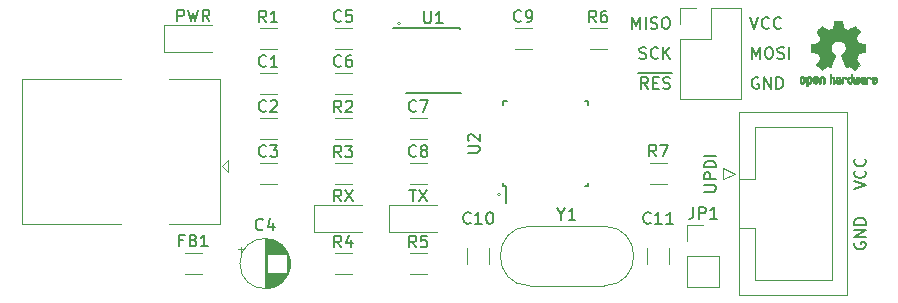
<source format=gto>
%TF.GenerationSoftware,KiCad,Pcbnew,(5.1.10-0-10_14)*%
%TF.CreationDate,2021-11-02T10:24:53+01:00*%
%TF.ProjectId,UPDI_programmer,55504449-5f70-4726-9f67-72616d6d6572,rev?*%
%TF.SameCoordinates,Original*%
%TF.FileFunction,Legend,Top*%
%TF.FilePolarity,Positive*%
%FSLAX46Y46*%
G04 Gerber Fmt 4.6, Leading zero omitted, Abs format (unit mm)*
G04 Created by KiCad (PCBNEW (5.1.10-0-10_14)) date 2021-11-02 10:24:53*
%MOMM*%
%LPD*%
G01*
G04 APERTURE LIST*
%ADD10C,0.120000*%
%ADD11C,0.150000*%
%ADD12C,0.010000*%
G04 APERTURE END LIST*
D10*
X124841000Y-57150000D02*
G75*
G03*
X124841000Y-57150000I-127000J0D01*
G01*
X133350000Y-71628000D02*
G75*
G03*
X133350000Y-71628000I-127000J0D01*
G01*
D11*
X125603095Y-71207380D02*
X126174523Y-71207380D01*
X125888809Y-72207380D02*
X125888809Y-71207380D01*
X126412619Y-71207380D02*
X127079285Y-72207380D01*
X127079285Y-71207380D02*
X126412619Y-72207380D01*
X119848333Y-72207380D02*
X119515000Y-71731190D01*
X119276904Y-72207380D02*
X119276904Y-71207380D01*
X119657857Y-71207380D01*
X119753095Y-71255000D01*
X119800714Y-71302619D01*
X119848333Y-71397857D01*
X119848333Y-71540714D01*
X119800714Y-71635952D01*
X119753095Y-71683571D01*
X119657857Y-71731190D01*
X119276904Y-71731190D01*
X120181666Y-71207380D02*
X120848333Y-72207380D01*
X120848333Y-71207380D02*
X120181666Y-72207380D01*
X105981666Y-56967380D02*
X105981666Y-55967380D01*
X106362619Y-55967380D01*
X106457857Y-56015000D01*
X106505476Y-56062619D01*
X106553095Y-56157857D01*
X106553095Y-56300714D01*
X106505476Y-56395952D01*
X106457857Y-56443571D01*
X106362619Y-56491190D01*
X105981666Y-56491190D01*
X106886428Y-55967380D02*
X107124523Y-56967380D01*
X107315000Y-56253095D01*
X107505476Y-56967380D01*
X107743571Y-55967380D01*
X108695952Y-56967380D02*
X108362619Y-56491190D01*
X108124523Y-56967380D02*
X108124523Y-55967380D01*
X108505476Y-55967380D01*
X108600714Y-56015000D01*
X108648333Y-56062619D01*
X108695952Y-56157857D01*
X108695952Y-56300714D01*
X108648333Y-56395952D01*
X108600714Y-56443571D01*
X108505476Y-56491190D01*
X108124523Y-56491190D01*
X163330000Y-75691904D02*
X163282380Y-75787142D01*
X163282380Y-75930000D01*
X163330000Y-76072857D01*
X163425238Y-76168095D01*
X163520476Y-76215714D01*
X163710952Y-76263333D01*
X163853809Y-76263333D01*
X164044285Y-76215714D01*
X164139523Y-76168095D01*
X164234761Y-76072857D01*
X164282380Y-75930000D01*
X164282380Y-75834761D01*
X164234761Y-75691904D01*
X164187142Y-75644285D01*
X163853809Y-75644285D01*
X163853809Y-75834761D01*
X164282380Y-75215714D02*
X163282380Y-75215714D01*
X164282380Y-74644285D01*
X163282380Y-74644285D01*
X164282380Y-74168095D02*
X163282380Y-74168095D01*
X163282380Y-73930000D01*
X163330000Y-73787142D01*
X163425238Y-73691904D01*
X163520476Y-73644285D01*
X163710952Y-73596666D01*
X163853809Y-73596666D01*
X164044285Y-73644285D01*
X164139523Y-73691904D01*
X164234761Y-73787142D01*
X164282380Y-73930000D01*
X164282380Y-74168095D01*
X163282380Y-71183333D02*
X164282380Y-70850000D01*
X163282380Y-70516666D01*
X164187142Y-69611904D02*
X164234761Y-69659523D01*
X164282380Y-69802380D01*
X164282380Y-69897619D01*
X164234761Y-70040476D01*
X164139523Y-70135714D01*
X164044285Y-70183333D01*
X163853809Y-70230952D01*
X163710952Y-70230952D01*
X163520476Y-70183333D01*
X163425238Y-70135714D01*
X163330000Y-70040476D01*
X163282380Y-69897619D01*
X163282380Y-69802380D01*
X163330000Y-69659523D01*
X163377619Y-69611904D01*
X164187142Y-68611904D02*
X164234761Y-68659523D01*
X164282380Y-68802380D01*
X164282380Y-68897619D01*
X164234761Y-69040476D01*
X164139523Y-69135714D01*
X164044285Y-69183333D01*
X163853809Y-69230952D01*
X163710952Y-69230952D01*
X163520476Y-69183333D01*
X163425238Y-69135714D01*
X163330000Y-69040476D01*
X163282380Y-68897619D01*
X163282380Y-68802380D01*
X163330000Y-68659523D01*
X163377619Y-68611904D01*
X150582380Y-71373809D02*
X151391904Y-71373809D01*
X151487142Y-71326190D01*
X151534761Y-71278571D01*
X151582380Y-71183333D01*
X151582380Y-70992857D01*
X151534761Y-70897619D01*
X151487142Y-70850000D01*
X151391904Y-70802380D01*
X150582380Y-70802380D01*
X151582380Y-70326190D02*
X150582380Y-70326190D01*
X150582380Y-69945238D01*
X150630000Y-69850000D01*
X150677619Y-69802380D01*
X150772857Y-69754761D01*
X150915714Y-69754761D01*
X151010952Y-69802380D01*
X151058571Y-69850000D01*
X151106190Y-69945238D01*
X151106190Y-70326190D01*
X151582380Y-69326190D02*
X150582380Y-69326190D01*
X150582380Y-69088095D01*
X150630000Y-68945238D01*
X150725238Y-68850000D01*
X150820476Y-68802380D01*
X151010952Y-68754761D01*
X151153809Y-68754761D01*
X151344285Y-68802380D01*
X151439523Y-68850000D01*
X151534761Y-68945238D01*
X151582380Y-69088095D01*
X151582380Y-69326190D01*
X151582380Y-68326190D02*
X150582380Y-68326190D01*
X145000357Y-61315000D02*
X146000357Y-61315000D01*
X145809880Y-62682380D02*
X145476547Y-62206190D01*
X145238452Y-62682380D02*
X145238452Y-61682380D01*
X145619404Y-61682380D01*
X145714642Y-61730000D01*
X145762261Y-61777619D01*
X145809880Y-61872857D01*
X145809880Y-62015714D01*
X145762261Y-62110952D01*
X145714642Y-62158571D01*
X145619404Y-62206190D01*
X145238452Y-62206190D01*
X146000357Y-61315000D02*
X146905119Y-61315000D01*
X146238452Y-62158571D02*
X146571785Y-62158571D01*
X146714642Y-62682380D02*
X146238452Y-62682380D01*
X146238452Y-61682380D01*
X146714642Y-61682380D01*
X146905119Y-61315000D02*
X147857500Y-61315000D01*
X147095595Y-62634761D02*
X147238452Y-62682380D01*
X147476547Y-62682380D01*
X147571785Y-62634761D01*
X147619404Y-62587142D01*
X147667023Y-62491904D01*
X147667023Y-62396666D01*
X147619404Y-62301428D01*
X147571785Y-62253809D01*
X147476547Y-62206190D01*
X147286071Y-62158571D01*
X147190833Y-62110952D01*
X147143214Y-62063333D01*
X147095595Y-61968095D01*
X147095595Y-61872857D01*
X147143214Y-61777619D01*
X147190833Y-61730000D01*
X147286071Y-61682380D01*
X147524166Y-61682380D01*
X147667023Y-61730000D01*
X145095595Y-60094761D02*
X145238452Y-60142380D01*
X145476547Y-60142380D01*
X145571785Y-60094761D01*
X145619404Y-60047142D01*
X145667023Y-59951904D01*
X145667023Y-59856666D01*
X145619404Y-59761428D01*
X145571785Y-59713809D01*
X145476547Y-59666190D01*
X145286071Y-59618571D01*
X145190833Y-59570952D01*
X145143214Y-59523333D01*
X145095595Y-59428095D01*
X145095595Y-59332857D01*
X145143214Y-59237619D01*
X145190833Y-59190000D01*
X145286071Y-59142380D01*
X145524166Y-59142380D01*
X145667023Y-59190000D01*
X146667023Y-60047142D02*
X146619404Y-60094761D01*
X146476547Y-60142380D01*
X146381309Y-60142380D01*
X146238452Y-60094761D01*
X146143214Y-59999523D01*
X146095595Y-59904285D01*
X146047976Y-59713809D01*
X146047976Y-59570952D01*
X146095595Y-59380476D01*
X146143214Y-59285238D01*
X146238452Y-59190000D01*
X146381309Y-59142380D01*
X146476547Y-59142380D01*
X146619404Y-59190000D01*
X146667023Y-59237619D01*
X147095595Y-60142380D02*
X147095595Y-59142380D01*
X147667023Y-60142380D02*
X147238452Y-59570952D01*
X147667023Y-59142380D02*
X147095595Y-59713809D01*
X144476547Y-57602380D02*
X144476547Y-56602380D01*
X144809880Y-57316666D01*
X145143214Y-56602380D01*
X145143214Y-57602380D01*
X145619404Y-57602380D02*
X145619404Y-56602380D01*
X146047976Y-57554761D02*
X146190833Y-57602380D01*
X146428928Y-57602380D01*
X146524166Y-57554761D01*
X146571785Y-57507142D01*
X146619404Y-57411904D01*
X146619404Y-57316666D01*
X146571785Y-57221428D01*
X146524166Y-57173809D01*
X146428928Y-57126190D01*
X146238452Y-57078571D01*
X146143214Y-57030952D01*
X146095595Y-56983333D01*
X146047976Y-56888095D01*
X146047976Y-56792857D01*
X146095595Y-56697619D01*
X146143214Y-56650000D01*
X146238452Y-56602380D01*
X146476547Y-56602380D01*
X146619404Y-56650000D01*
X147238452Y-56602380D02*
X147428928Y-56602380D01*
X147524166Y-56650000D01*
X147619404Y-56745238D01*
X147667023Y-56935714D01*
X147667023Y-57269047D01*
X147619404Y-57459523D01*
X147524166Y-57554761D01*
X147428928Y-57602380D01*
X147238452Y-57602380D01*
X147143214Y-57554761D01*
X147047976Y-57459523D01*
X147000357Y-57269047D01*
X147000357Y-56935714D01*
X147047976Y-56745238D01*
X147143214Y-56650000D01*
X147238452Y-56602380D01*
X155164404Y-61730000D02*
X155069166Y-61682380D01*
X154926309Y-61682380D01*
X154783452Y-61730000D01*
X154688214Y-61825238D01*
X154640595Y-61920476D01*
X154592976Y-62110952D01*
X154592976Y-62253809D01*
X154640595Y-62444285D01*
X154688214Y-62539523D01*
X154783452Y-62634761D01*
X154926309Y-62682380D01*
X155021547Y-62682380D01*
X155164404Y-62634761D01*
X155212023Y-62587142D01*
X155212023Y-62253809D01*
X155021547Y-62253809D01*
X155640595Y-62682380D02*
X155640595Y-61682380D01*
X156212023Y-62682380D01*
X156212023Y-61682380D01*
X156688214Y-62682380D02*
X156688214Y-61682380D01*
X156926309Y-61682380D01*
X157069166Y-61730000D01*
X157164404Y-61825238D01*
X157212023Y-61920476D01*
X157259642Y-62110952D01*
X157259642Y-62253809D01*
X157212023Y-62444285D01*
X157164404Y-62539523D01*
X157069166Y-62634761D01*
X156926309Y-62682380D01*
X156688214Y-62682380D01*
X154640595Y-60142380D02*
X154640595Y-59142380D01*
X154973928Y-59856666D01*
X155307261Y-59142380D01*
X155307261Y-60142380D01*
X155973928Y-59142380D02*
X156164404Y-59142380D01*
X156259642Y-59190000D01*
X156354880Y-59285238D01*
X156402500Y-59475714D01*
X156402500Y-59809047D01*
X156354880Y-59999523D01*
X156259642Y-60094761D01*
X156164404Y-60142380D01*
X155973928Y-60142380D01*
X155878690Y-60094761D01*
X155783452Y-59999523D01*
X155735833Y-59809047D01*
X155735833Y-59475714D01*
X155783452Y-59285238D01*
X155878690Y-59190000D01*
X155973928Y-59142380D01*
X156783452Y-60094761D02*
X156926309Y-60142380D01*
X157164404Y-60142380D01*
X157259642Y-60094761D01*
X157307261Y-60047142D01*
X157354880Y-59951904D01*
X157354880Y-59856666D01*
X157307261Y-59761428D01*
X157259642Y-59713809D01*
X157164404Y-59666190D01*
X156973928Y-59618571D01*
X156878690Y-59570952D01*
X156831071Y-59523333D01*
X156783452Y-59428095D01*
X156783452Y-59332857D01*
X156831071Y-59237619D01*
X156878690Y-59190000D01*
X156973928Y-59142380D01*
X157212023Y-59142380D01*
X157354880Y-59190000D01*
X157783452Y-60142380D02*
X157783452Y-59142380D01*
X154497738Y-56602380D02*
X154831071Y-57602380D01*
X155164404Y-56602380D01*
X156069166Y-57507142D02*
X156021547Y-57554761D01*
X155878690Y-57602380D01*
X155783452Y-57602380D01*
X155640595Y-57554761D01*
X155545357Y-57459523D01*
X155497738Y-57364285D01*
X155450119Y-57173809D01*
X155450119Y-57030952D01*
X155497738Y-56840476D01*
X155545357Y-56745238D01*
X155640595Y-56650000D01*
X155783452Y-56602380D01*
X155878690Y-56602380D01*
X156021547Y-56650000D01*
X156069166Y-56697619D01*
X157069166Y-57507142D02*
X157021547Y-57554761D01*
X156878690Y-57602380D01*
X156783452Y-57602380D01*
X156640595Y-57554761D01*
X156545357Y-57459523D01*
X156497738Y-57364285D01*
X156450119Y-57173809D01*
X156450119Y-57030952D01*
X156497738Y-56840476D01*
X156545357Y-56745238D01*
X156640595Y-56650000D01*
X156783452Y-56602380D01*
X156878690Y-56602380D01*
X157021547Y-56650000D01*
X157069166Y-56697619D01*
D10*
%TO.C,J3*%
X110270000Y-68715000D02*
X109770000Y-69215000D01*
X110270000Y-69715000D02*
X110270000Y-68715000D01*
X109770000Y-69215000D02*
X110270000Y-69715000D01*
X92830000Y-61805000D02*
X101190000Y-61805000D01*
X92830000Y-74125000D02*
X92830000Y-61805000D01*
X101190000Y-74125000D02*
X92830000Y-74125000D01*
X109550000Y-61805000D02*
X105290000Y-61805000D01*
X109550000Y-74125000D02*
X109550000Y-61805000D01*
X105290000Y-74125000D02*
X109550000Y-74125000D01*
D12*
%TO.C,REF\u002A\u002A*%
G36*
X159524744Y-61609918D02*
G01*
X159580201Y-61637568D01*
X159629148Y-61688480D01*
X159642629Y-61707338D01*
X159657314Y-61732015D01*
X159666842Y-61758816D01*
X159672293Y-61794587D01*
X159674747Y-61846169D01*
X159675286Y-61914267D01*
X159672852Y-62007588D01*
X159664394Y-62077657D01*
X159648174Y-62129931D01*
X159622454Y-62169869D01*
X159585497Y-62202929D01*
X159582782Y-62204886D01*
X159546360Y-62224908D01*
X159502502Y-62234815D01*
X159446724Y-62237257D01*
X159356048Y-62237257D01*
X159356010Y-62325283D01*
X159355166Y-62374308D01*
X159350024Y-62403065D01*
X159336587Y-62420311D01*
X159310858Y-62434808D01*
X159304679Y-62437769D01*
X159275764Y-62451648D01*
X159253376Y-62460414D01*
X159236729Y-62461171D01*
X159225036Y-62451023D01*
X159217510Y-62427073D01*
X159213366Y-62386426D01*
X159211815Y-62326186D01*
X159212071Y-62243455D01*
X159213349Y-62135339D01*
X159213748Y-62103000D01*
X159215185Y-61991524D01*
X159216472Y-61918603D01*
X159355971Y-61918603D01*
X159356755Y-61980499D01*
X159360240Y-62020997D01*
X159368124Y-62047708D01*
X159382105Y-62068244D01*
X159391597Y-62078260D01*
X159430404Y-62107567D01*
X159464763Y-62109952D01*
X159500216Y-62085750D01*
X159501114Y-62084857D01*
X159515539Y-62066153D01*
X159524313Y-62040732D01*
X159528739Y-62001584D01*
X159530118Y-61941697D01*
X159530143Y-61928430D01*
X159526812Y-61845901D01*
X159515969Y-61788691D01*
X159496340Y-61753766D01*
X159466650Y-61738094D01*
X159449491Y-61736514D01*
X159408766Y-61743926D01*
X159380832Y-61768330D01*
X159364017Y-61812980D01*
X159356650Y-61881130D01*
X159355971Y-61918603D01*
X159216472Y-61918603D01*
X159216708Y-61905245D01*
X159218677Y-61840333D01*
X159221450Y-61792958D01*
X159225388Y-61759290D01*
X159230849Y-61735498D01*
X159238192Y-61717753D01*
X159247777Y-61702224D01*
X159251887Y-61696381D01*
X159306405Y-61641185D01*
X159375336Y-61609890D01*
X159455072Y-61601165D01*
X159524744Y-61609918D01*
G37*
X159524744Y-61609918D02*
X159580201Y-61637568D01*
X159629148Y-61688480D01*
X159642629Y-61707338D01*
X159657314Y-61732015D01*
X159666842Y-61758816D01*
X159672293Y-61794587D01*
X159674747Y-61846169D01*
X159675286Y-61914267D01*
X159672852Y-62007588D01*
X159664394Y-62077657D01*
X159648174Y-62129931D01*
X159622454Y-62169869D01*
X159585497Y-62202929D01*
X159582782Y-62204886D01*
X159546360Y-62224908D01*
X159502502Y-62234815D01*
X159446724Y-62237257D01*
X159356048Y-62237257D01*
X159356010Y-62325283D01*
X159355166Y-62374308D01*
X159350024Y-62403065D01*
X159336587Y-62420311D01*
X159310858Y-62434808D01*
X159304679Y-62437769D01*
X159275764Y-62451648D01*
X159253376Y-62460414D01*
X159236729Y-62461171D01*
X159225036Y-62451023D01*
X159217510Y-62427073D01*
X159213366Y-62386426D01*
X159211815Y-62326186D01*
X159212071Y-62243455D01*
X159213349Y-62135339D01*
X159213748Y-62103000D01*
X159215185Y-61991524D01*
X159216472Y-61918603D01*
X159355971Y-61918603D01*
X159356755Y-61980499D01*
X159360240Y-62020997D01*
X159368124Y-62047708D01*
X159382105Y-62068244D01*
X159391597Y-62078260D01*
X159430404Y-62107567D01*
X159464763Y-62109952D01*
X159500216Y-62085750D01*
X159501114Y-62084857D01*
X159515539Y-62066153D01*
X159524313Y-62040732D01*
X159528739Y-62001584D01*
X159530118Y-61941697D01*
X159530143Y-61928430D01*
X159526812Y-61845901D01*
X159515969Y-61788691D01*
X159496340Y-61753766D01*
X159466650Y-61738094D01*
X159449491Y-61736514D01*
X159408766Y-61743926D01*
X159380832Y-61768330D01*
X159364017Y-61812980D01*
X159356650Y-61881130D01*
X159355971Y-61918603D01*
X159216472Y-61918603D01*
X159216708Y-61905245D01*
X159218677Y-61840333D01*
X159221450Y-61792958D01*
X159225388Y-61759290D01*
X159230849Y-61735498D01*
X159238192Y-61717753D01*
X159247777Y-61702224D01*
X159251887Y-61696381D01*
X159306405Y-61641185D01*
X159375336Y-61609890D01*
X159455072Y-61601165D01*
X159524744Y-61609918D01*
G36*
X160641093Y-61617780D02*
G01*
X160687672Y-61644723D01*
X160720057Y-61671466D01*
X160743742Y-61699484D01*
X160760059Y-61733748D01*
X160770339Y-61779227D01*
X160775914Y-61840892D01*
X160778116Y-61923711D01*
X160778371Y-61983246D01*
X160778371Y-62202391D01*
X160716686Y-62230044D01*
X160655000Y-62257697D01*
X160647743Y-62017670D01*
X160644744Y-61928028D01*
X160641598Y-61862962D01*
X160637701Y-61818026D01*
X160632447Y-61788770D01*
X160625231Y-61770748D01*
X160615450Y-61759511D01*
X160612312Y-61757079D01*
X160564761Y-61738083D01*
X160516697Y-61745600D01*
X160488086Y-61765543D01*
X160476447Y-61779675D01*
X160468391Y-61798220D01*
X160463271Y-61826334D01*
X160460441Y-61869173D01*
X160459256Y-61931895D01*
X160459057Y-61997261D01*
X160459018Y-62079268D01*
X160457614Y-62137316D01*
X160452914Y-62176465D01*
X160442987Y-62201780D01*
X160425903Y-62218323D01*
X160399732Y-62231156D01*
X160364775Y-62244491D01*
X160326596Y-62259007D01*
X160331141Y-62001389D01*
X160332971Y-61908519D01*
X160335112Y-61839889D01*
X160338181Y-61790711D01*
X160342794Y-61756198D01*
X160349568Y-61731562D01*
X160359119Y-61712016D01*
X160370634Y-61694770D01*
X160426190Y-61639680D01*
X160493980Y-61607822D01*
X160567713Y-61600191D01*
X160641093Y-61617780D01*
G37*
X160641093Y-61617780D02*
X160687672Y-61644723D01*
X160720057Y-61671466D01*
X160743742Y-61699484D01*
X160760059Y-61733748D01*
X160770339Y-61779227D01*
X160775914Y-61840892D01*
X160778116Y-61923711D01*
X160778371Y-61983246D01*
X160778371Y-62202391D01*
X160716686Y-62230044D01*
X160655000Y-62257697D01*
X160647743Y-62017670D01*
X160644744Y-61928028D01*
X160641598Y-61862962D01*
X160637701Y-61818026D01*
X160632447Y-61788770D01*
X160625231Y-61770748D01*
X160615450Y-61759511D01*
X160612312Y-61757079D01*
X160564761Y-61738083D01*
X160516697Y-61745600D01*
X160488086Y-61765543D01*
X160476447Y-61779675D01*
X160468391Y-61798220D01*
X160463271Y-61826334D01*
X160460441Y-61869173D01*
X160459256Y-61931895D01*
X160459057Y-61997261D01*
X160459018Y-62079268D01*
X160457614Y-62137316D01*
X160452914Y-62176465D01*
X160442987Y-62201780D01*
X160425903Y-62218323D01*
X160399732Y-62231156D01*
X160364775Y-62244491D01*
X160326596Y-62259007D01*
X160331141Y-62001389D01*
X160332971Y-61908519D01*
X160335112Y-61839889D01*
X160338181Y-61790711D01*
X160342794Y-61756198D01*
X160349568Y-61731562D01*
X160359119Y-61712016D01*
X160370634Y-61694770D01*
X160426190Y-61639680D01*
X160493980Y-61607822D01*
X160567713Y-61600191D01*
X160641093Y-61617780D01*
G36*
X158966115Y-61611962D02*
G01*
X159034145Y-61647733D01*
X159084351Y-61705301D01*
X159102185Y-61742312D01*
X159116063Y-61797882D01*
X159123167Y-61868096D01*
X159123840Y-61944727D01*
X159118427Y-62019552D01*
X159107270Y-62084342D01*
X159090714Y-62130873D01*
X159085626Y-62138887D01*
X159025355Y-62198707D01*
X158953769Y-62234535D01*
X158876092Y-62245020D01*
X158797548Y-62228810D01*
X158775689Y-62219092D01*
X158733122Y-62189143D01*
X158695763Y-62149433D01*
X158692232Y-62144397D01*
X158677881Y-62120124D01*
X158668394Y-62094178D01*
X158662790Y-62060022D01*
X158660086Y-62011119D01*
X158659299Y-61940935D01*
X158659286Y-61925200D01*
X158659322Y-61920192D01*
X158804429Y-61920192D01*
X158805273Y-61986430D01*
X158808596Y-62030386D01*
X158815583Y-62058779D01*
X158827416Y-62078325D01*
X158833457Y-62084857D01*
X158868186Y-62109680D01*
X158901903Y-62108548D01*
X158935995Y-62087016D01*
X158956329Y-62064029D01*
X158968371Y-62030478D01*
X158975134Y-61977569D01*
X158975598Y-61971399D01*
X158976752Y-61875513D01*
X158964688Y-61804299D01*
X158939570Y-61758194D01*
X158901560Y-61737635D01*
X158887992Y-61736514D01*
X158852364Y-61742152D01*
X158827994Y-61761686D01*
X158813093Y-61799042D01*
X158805875Y-61858150D01*
X158804429Y-61920192D01*
X158659322Y-61920192D01*
X158659826Y-61850413D01*
X158662096Y-61798159D01*
X158667068Y-61761949D01*
X158675713Y-61735299D01*
X158689005Y-61711722D01*
X158691943Y-61707338D01*
X158741313Y-61648249D01*
X158795109Y-61613947D01*
X158860602Y-61600331D01*
X158882842Y-61599665D01*
X158966115Y-61611962D01*
G37*
X158966115Y-61611962D02*
X159034145Y-61647733D01*
X159084351Y-61705301D01*
X159102185Y-61742312D01*
X159116063Y-61797882D01*
X159123167Y-61868096D01*
X159123840Y-61944727D01*
X159118427Y-62019552D01*
X159107270Y-62084342D01*
X159090714Y-62130873D01*
X159085626Y-62138887D01*
X159025355Y-62198707D01*
X158953769Y-62234535D01*
X158876092Y-62245020D01*
X158797548Y-62228810D01*
X158775689Y-62219092D01*
X158733122Y-62189143D01*
X158695763Y-62149433D01*
X158692232Y-62144397D01*
X158677881Y-62120124D01*
X158668394Y-62094178D01*
X158662790Y-62060022D01*
X158660086Y-62011119D01*
X158659299Y-61940935D01*
X158659286Y-61925200D01*
X158659322Y-61920192D01*
X158804429Y-61920192D01*
X158805273Y-61986430D01*
X158808596Y-62030386D01*
X158815583Y-62058779D01*
X158827416Y-62078325D01*
X158833457Y-62084857D01*
X158868186Y-62109680D01*
X158901903Y-62108548D01*
X158935995Y-62087016D01*
X158956329Y-62064029D01*
X158968371Y-62030478D01*
X158975134Y-61977569D01*
X158975598Y-61971399D01*
X158976752Y-61875513D01*
X158964688Y-61804299D01*
X158939570Y-61758194D01*
X158901560Y-61737635D01*
X158887992Y-61736514D01*
X158852364Y-61742152D01*
X158827994Y-61761686D01*
X158813093Y-61799042D01*
X158805875Y-61858150D01*
X158804429Y-61920192D01*
X158659322Y-61920192D01*
X158659826Y-61850413D01*
X158662096Y-61798159D01*
X158667068Y-61761949D01*
X158675713Y-61735299D01*
X158689005Y-61711722D01*
X158691943Y-61707338D01*
X158741313Y-61648249D01*
X158795109Y-61613947D01*
X158860602Y-61600331D01*
X158882842Y-61599665D01*
X158966115Y-61611962D01*
G36*
X160093303Y-61621239D02*
G01*
X160150527Y-61659735D01*
X160194749Y-61715335D01*
X160221167Y-61786086D01*
X160226510Y-61838162D01*
X160225903Y-61859893D01*
X160220822Y-61876531D01*
X160206855Y-61891437D01*
X160179589Y-61907973D01*
X160134612Y-61929498D01*
X160067511Y-61959374D01*
X160067171Y-61959524D01*
X160005407Y-61987813D01*
X159954759Y-62012933D01*
X159920404Y-62032179D01*
X159907518Y-62042848D01*
X159907514Y-62042934D01*
X159918872Y-62066166D01*
X159945431Y-62091774D01*
X159975923Y-62110221D01*
X159991370Y-62113886D01*
X160033515Y-62101212D01*
X160069808Y-62069471D01*
X160087517Y-62034572D01*
X160104552Y-62008845D01*
X160137922Y-61979546D01*
X160177149Y-61954235D01*
X160211756Y-61940471D01*
X160218993Y-61939714D01*
X160227139Y-61952160D01*
X160227630Y-61983972D01*
X160221643Y-62026866D01*
X160210357Y-62072558D01*
X160194950Y-62112761D01*
X160194171Y-62114322D01*
X160147804Y-62179062D01*
X160087711Y-62223097D01*
X160019465Y-62244711D01*
X159948638Y-62242185D01*
X159880804Y-62213804D01*
X159877788Y-62211808D01*
X159824427Y-62163448D01*
X159789340Y-62100352D01*
X159769922Y-62017387D01*
X159767316Y-61994078D01*
X159762701Y-61884055D01*
X159768233Y-61832748D01*
X159907514Y-61832748D01*
X159909324Y-61864753D01*
X159919222Y-61874093D01*
X159943898Y-61867105D01*
X159982795Y-61850587D01*
X160026275Y-61829881D01*
X160027356Y-61829333D01*
X160064209Y-61809949D01*
X160079000Y-61797013D01*
X160075353Y-61783451D01*
X160059995Y-61765632D01*
X160020923Y-61739845D01*
X159978846Y-61737950D01*
X159941103Y-61756717D01*
X159915034Y-61792915D01*
X159907514Y-61832748D01*
X159768233Y-61832748D01*
X159772194Y-61796027D01*
X159796550Y-61726212D01*
X159830456Y-61677302D01*
X159891653Y-61627878D01*
X159959063Y-61603359D01*
X160027880Y-61601797D01*
X160093303Y-61621239D01*
G37*
X160093303Y-61621239D02*
X160150527Y-61659735D01*
X160194749Y-61715335D01*
X160221167Y-61786086D01*
X160226510Y-61838162D01*
X160225903Y-61859893D01*
X160220822Y-61876531D01*
X160206855Y-61891437D01*
X160179589Y-61907973D01*
X160134612Y-61929498D01*
X160067511Y-61959374D01*
X160067171Y-61959524D01*
X160005407Y-61987813D01*
X159954759Y-62012933D01*
X159920404Y-62032179D01*
X159907518Y-62042848D01*
X159907514Y-62042934D01*
X159918872Y-62066166D01*
X159945431Y-62091774D01*
X159975923Y-62110221D01*
X159991370Y-62113886D01*
X160033515Y-62101212D01*
X160069808Y-62069471D01*
X160087517Y-62034572D01*
X160104552Y-62008845D01*
X160137922Y-61979546D01*
X160177149Y-61954235D01*
X160211756Y-61940471D01*
X160218993Y-61939714D01*
X160227139Y-61952160D01*
X160227630Y-61983972D01*
X160221643Y-62026866D01*
X160210357Y-62072558D01*
X160194950Y-62112761D01*
X160194171Y-62114322D01*
X160147804Y-62179062D01*
X160087711Y-62223097D01*
X160019465Y-62244711D01*
X159948638Y-62242185D01*
X159880804Y-62213804D01*
X159877788Y-62211808D01*
X159824427Y-62163448D01*
X159789340Y-62100352D01*
X159769922Y-62017387D01*
X159767316Y-61994078D01*
X159762701Y-61884055D01*
X159768233Y-61832748D01*
X159907514Y-61832748D01*
X159909324Y-61864753D01*
X159919222Y-61874093D01*
X159943898Y-61867105D01*
X159982795Y-61850587D01*
X160026275Y-61829881D01*
X160027356Y-61829333D01*
X160064209Y-61809949D01*
X160079000Y-61797013D01*
X160075353Y-61783451D01*
X160059995Y-61765632D01*
X160020923Y-61739845D01*
X159978846Y-61737950D01*
X159941103Y-61756717D01*
X159915034Y-61792915D01*
X159907514Y-61832748D01*
X159768233Y-61832748D01*
X159772194Y-61796027D01*
X159796550Y-61726212D01*
X159830456Y-61677302D01*
X159891653Y-61627878D01*
X159959063Y-61603359D01*
X160027880Y-61601797D01*
X160093303Y-61621239D01*
G36*
X161300886Y-61541289D02*
G01*
X161305139Y-61600613D01*
X161310025Y-61635572D01*
X161316795Y-61650820D01*
X161326702Y-61651015D01*
X161329914Y-61649195D01*
X161372644Y-61636015D01*
X161428227Y-61636785D01*
X161484737Y-61650333D01*
X161520082Y-61667861D01*
X161556321Y-61695861D01*
X161582813Y-61727549D01*
X161600999Y-61767813D01*
X161612322Y-61821543D01*
X161618222Y-61893626D01*
X161620143Y-61988951D01*
X161620177Y-62007237D01*
X161620200Y-62212646D01*
X161574491Y-62228580D01*
X161542027Y-62239420D01*
X161524215Y-62244468D01*
X161523691Y-62244514D01*
X161521937Y-62230828D01*
X161520444Y-62193076D01*
X161519326Y-62136224D01*
X161518697Y-62065234D01*
X161518600Y-62022073D01*
X161518398Y-61936973D01*
X161517358Y-61875981D01*
X161514831Y-61834177D01*
X161510164Y-61806642D01*
X161502707Y-61788456D01*
X161491811Y-61774698D01*
X161485007Y-61768073D01*
X161438272Y-61741375D01*
X161387272Y-61739375D01*
X161341001Y-61761955D01*
X161332444Y-61770107D01*
X161319893Y-61785436D01*
X161311188Y-61803618D01*
X161305631Y-61829909D01*
X161302526Y-61869562D01*
X161301176Y-61927832D01*
X161300886Y-62008173D01*
X161300886Y-62212646D01*
X161255177Y-62228580D01*
X161222713Y-62239420D01*
X161204901Y-62244468D01*
X161204377Y-62244514D01*
X161203037Y-62230623D01*
X161201828Y-62191439D01*
X161200801Y-62130700D01*
X161200002Y-62052141D01*
X161199481Y-61959498D01*
X161199286Y-61856509D01*
X161199286Y-61459342D01*
X161246457Y-61439444D01*
X161293629Y-61419547D01*
X161300886Y-61541289D01*
G37*
X161300886Y-61541289D02*
X161305139Y-61600613D01*
X161310025Y-61635572D01*
X161316795Y-61650820D01*
X161326702Y-61651015D01*
X161329914Y-61649195D01*
X161372644Y-61636015D01*
X161428227Y-61636785D01*
X161484737Y-61650333D01*
X161520082Y-61667861D01*
X161556321Y-61695861D01*
X161582813Y-61727549D01*
X161600999Y-61767813D01*
X161612322Y-61821543D01*
X161618222Y-61893626D01*
X161620143Y-61988951D01*
X161620177Y-62007237D01*
X161620200Y-62212646D01*
X161574491Y-62228580D01*
X161542027Y-62239420D01*
X161524215Y-62244468D01*
X161523691Y-62244514D01*
X161521937Y-62230828D01*
X161520444Y-62193076D01*
X161519326Y-62136224D01*
X161518697Y-62065234D01*
X161518600Y-62022073D01*
X161518398Y-61936973D01*
X161517358Y-61875981D01*
X161514831Y-61834177D01*
X161510164Y-61806642D01*
X161502707Y-61788456D01*
X161491811Y-61774698D01*
X161485007Y-61768073D01*
X161438272Y-61741375D01*
X161387272Y-61739375D01*
X161341001Y-61761955D01*
X161332444Y-61770107D01*
X161319893Y-61785436D01*
X161311188Y-61803618D01*
X161305631Y-61829909D01*
X161302526Y-61869562D01*
X161301176Y-61927832D01*
X161300886Y-62008173D01*
X161300886Y-62212646D01*
X161255177Y-62228580D01*
X161222713Y-62239420D01*
X161204901Y-62244468D01*
X161204377Y-62244514D01*
X161203037Y-62230623D01*
X161201828Y-62191439D01*
X161200801Y-62130700D01*
X161200002Y-62052141D01*
X161199481Y-61959498D01*
X161199286Y-61856509D01*
X161199286Y-61459342D01*
X161246457Y-61439444D01*
X161293629Y-61419547D01*
X161300886Y-61541289D01*
G36*
X161964744Y-61640968D02*
G01*
X162021616Y-61662087D01*
X162022267Y-61662493D01*
X162057440Y-61688380D01*
X162083407Y-61718633D01*
X162101670Y-61758058D01*
X162113732Y-61811462D01*
X162121096Y-61883651D01*
X162125264Y-61979432D01*
X162125629Y-61993078D01*
X162130876Y-62198842D01*
X162086716Y-62221678D01*
X162054763Y-62237110D01*
X162035470Y-62244423D01*
X162034578Y-62244514D01*
X162031239Y-62231022D01*
X162028587Y-62194626D01*
X162026956Y-62141452D01*
X162026600Y-62098393D01*
X162026592Y-62028641D01*
X162023403Y-61984837D01*
X162012288Y-61963944D01*
X161988501Y-61962925D01*
X161947296Y-61978741D01*
X161885086Y-62007815D01*
X161839341Y-62031963D01*
X161815813Y-62052913D01*
X161808896Y-62075747D01*
X161808886Y-62076877D01*
X161820299Y-62116212D01*
X161854092Y-62137462D01*
X161905809Y-62140539D01*
X161943061Y-62140006D01*
X161962703Y-62150735D01*
X161974952Y-62176505D01*
X161982002Y-62209337D01*
X161971842Y-62227966D01*
X161968017Y-62230632D01*
X161932001Y-62241340D01*
X161881566Y-62242856D01*
X161829626Y-62235759D01*
X161792822Y-62222788D01*
X161741938Y-62179585D01*
X161713014Y-62119446D01*
X161707286Y-62072462D01*
X161711657Y-62030082D01*
X161727475Y-61995488D01*
X161758797Y-61964763D01*
X161809678Y-61933990D01*
X161884176Y-61899252D01*
X161888714Y-61897288D01*
X161955821Y-61866287D01*
X161997232Y-61840862D01*
X162014981Y-61818014D01*
X162011107Y-61794745D01*
X161987643Y-61768056D01*
X161980627Y-61761914D01*
X161933630Y-61738100D01*
X161884933Y-61739103D01*
X161842522Y-61762451D01*
X161814384Y-61805675D01*
X161811769Y-61814160D01*
X161786308Y-61855308D01*
X161754001Y-61875128D01*
X161707286Y-61894770D01*
X161707286Y-61843950D01*
X161721496Y-61770082D01*
X161763675Y-61702327D01*
X161785624Y-61679661D01*
X161835517Y-61650569D01*
X161898967Y-61637400D01*
X161964744Y-61640968D01*
G37*
X161964744Y-61640968D02*
X162021616Y-61662087D01*
X162022267Y-61662493D01*
X162057440Y-61688380D01*
X162083407Y-61718633D01*
X162101670Y-61758058D01*
X162113732Y-61811462D01*
X162121096Y-61883651D01*
X162125264Y-61979432D01*
X162125629Y-61993078D01*
X162130876Y-62198842D01*
X162086716Y-62221678D01*
X162054763Y-62237110D01*
X162035470Y-62244423D01*
X162034578Y-62244514D01*
X162031239Y-62231022D01*
X162028587Y-62194626D01*
X162026956Y-62141452D01*
X162026600Y-62098393D01*
X162026592Y-62028641D01*
X162023403Y-61984837D01*
X162012288Y-61963944D01*
X161988501Y-61962925D01*
X161947296Y-61978741D01*
X161885086Y-62007815D01*
X161839341Y-62031963D01*
X161815813Y-62052913D01*
X161808896Y-62075747D01*
X161808886Y-62076877D01*
X161820299Y-62116212D01*
X161854092Y-62137462D01*
X161905809Y-62140539D01*
X161943061Y-62140006D01*
X161962703Y-62150735D01*
X161974952Y-62176505D01*
X161982002Y-62209337D01*
X161971842Y-62227966D01*
X161968017Y-62230632D01*
X161932001Y-62241340D01*
X161881566Y-62242856D01*
X161829626Y-62235759D01*
X161792822Y-62222788D01*
X161741938Y-62179585D01*
X161713014Y-62119446D01*
X161707286Y-62072462D01*
X161711657Y-62030082D01*
X161727475Y-61995488D01*
X161758797Y-61964763D01*
X161809678Y-61933990D01*
X161884176Y-61899252D01*
X161888714Y-61897288D01*
X161955821Y-61866287D01*
X161997232Y-61840862D01*
X162014981Y-61818014D01*
X162011107Y-61794745D01*
X161987643Y-61768056D01*
X161980627Y-61761914D01*
X161933630Y-61738100D01*
X161884933Y-61739103D01*
X161842522Y-61762451D01*
X161814384Y-61805675D01*
X161811769Y-61814160D01*
X161786308Y-61855308D01*
X161754001Y-61875128D01*
X161707286Y-61894770D01*
X161707286Y-61843950D01*
X161721496Y-61770082D01*
X161763675Y-61702327D01*
X161785624Y-61679661D01*
X161835517Y-61650569D01*
X161898967Y-61637400D01*
X161964744Y-61640968D01*
G36*
X162454926Y-61639755D02*
G01*
X162520858Y-61664084D01*
X162574273Y-61707117D01*
X162595164Y-61737409D01*
X162617939Y-61792994D01*
X162617466Y-61833186D01*
X162593562Y-61860217D01*
X162584717Y-61864813D01*
X162546530Y-61879144D01*
X162527028Y-61875472D01*
X162520422Y-61851407D01*
X162520086Y-61838114D01*
X162507992Y-61789210D01*
X162476471Y-61754999D01*
X162432659Y-61738476D01*
X162383695Y-61742634D01*
X162343894Y-61764227D01*
X162330450Y-61776544D01*
X162320921Y-61791487D01*
X162314485Y-61814075D01*
X162310317Y-61849328D01*
X162307597Y-61902266D01*
X162305502Y-61977907D01*
X162304960Y-62001857D01*
X162302981Y-62083790D01*
X162300731Y-62141455D01*
X162297357Y-62179608D01*
X162292006Y-62203004D01*
X162283824Y-62216398D01*
X162271959Y-62224545D01*
X162264362Y-62228144D01*
X162232102Y-62240452D01*
X162213111Y-62244514D01*
X162206836Y-62230948D01*
X162203006Y-62189934D01*
X162201600Y-62120999D01*
X162202598Y-62023669D01*
X162202908Y-62008657D01*
X162205101Y-61919859D01*
X162207693Y-61855019D01*
X162211382Y-61809067D01*
X162216864Y-61776935D01*
X162224835Y-61753553D01*
X162235993Y-61733852D01*
X162241830Y-61725410D01*
X162275296Y-61688057D01*
X162312727Y-61659003D01*
X162317309Y-61656467D01*
X162384426Y-61636443D01*
X162454926Y-61639755D01*
G37*
X162454926Y-61639755D02*
X162520858Y-61664084D01*
X162574273Y-61707117D01*
X162595164Y-61737409D01*
X162617939Y-61792994D01*
X162617466Y-61833186D01*
X162593562Y-61860217D01*
X162584717Y-61864813D01*
X162546530Y-61879144D01*
X162527028Y-61875472D01*
X162520422Y-61851407D01*
X162520086Y-61838114D01*
X162507992Y-61789210D01*
X162476471Y-61754999D01*
X162432659Y-61738476D01*
X162383695Y-61742634D01*
X162343894Y-61764227D01*
X162330450Y-61776544D01*
X162320921Y-61791487D01*
X162314485Y-61814075D01*
X162310317Y-61849328D01*
X162307597Y-61902266D01*
X162305502Y-61977907D01*
X162304960Y-62001857D01*
X162302981Y-62083790D01*
X162300731Y-62141455D01*
X162297357Y-62179608D01*
X162292006Y-62203004D01*
X162283824Y-62216398D01*
X162271959Y-62224545D01*
X162264362Y-62228144D01*
X162232102Y-62240452D01*
X162213111Y-62244514D01*
X162206836Y-62230948D01*
X162203006Y-62189934D01*
X162201600Y-62120999D01*
X162202598Y-62023669D01*
X162202908Y-62008657D01*
X162205101Y-61919859D01*
X162207693Y-61855019D01*
X162211382Y-61809067D01*
X162216864Y-61776935D01*
X162224835Y-61753553D01*
X162235993Y-61733852D01*
X162241830Y-61725410D01*
X162275296Y-61688057D01*
X162312727Y-61659003D01*
X162317309Y-61656467D01*
X162384426Y-61636443D01*
X162454926Y-61639755D01*
G36*
X163115117Y-61755358D02*
G01*
X163114933Y-61863837D01*
X163114219Y-61947287D01*
X163112675Y-62009704D01*
X163110001Y-62055085D01*
X163105894Y-62087429D01*
X163100055Y-62110733D01*
X163092182Y-62128995D01*
X163086221Y-62139418D01*
X163036855Y-62195945D01*
X162974264Y-62231377D01*
X162905013Y-62244090D01*
X162835668Y-62232463D01*
X162794375Y-62211568D01*
X162751025Y-62175422D01*
X162721481Y-62131276D01*
X162703655Y-62073462D01*
X162695463Y-61996313D01*
X162694302Y-61939714D01*
X162694458Y-61935647D01*
X162795857Y-61935647D01*
X162796476Y-62000550D01*
X162799314Y-62043514D01*
X162805840Y-62071622D01*
X162817523Y-62091953D01*
X162831483Y-62107288D01*
X162878365Y-62136890D01*
X162928701Y-62139419D01*
X162976276Y-62114705D01*
X162979979Y-62111356D01*
X162995783Y-62093935D01*
X163005693Y-62073209D01*
X163011058Y-62042362D01*
X163013228Y-61994577D01*
X163013571Y-61941748D01*
X163012827Y-61875381D01*
X163009748Y-61831106D01*
X163003061Y-61802009D01*
X162991496Y-61781173D01*
X162982013Y-61770107D01*
X162937960Y-61742198D01*
X162887224Y-61738843D01*
X162838796Y-61760159D01*
X162829450Y-61768073D01*
X162813540Y-61785647D01*
X162803610Y-61806587D01*
X162798278Y-61837782D01*
X162796163Y-61886122D01*
X162795857Y-61935647D01*
X162694458Y-61935647D01*
X162697810Y-61848568D01*
X162709726Y-61780086D01*
X162732135Y-61728600D01*
X162767124Y-61688443D01*
X162794375Y-61667861D01*
X162843907Y-61645625D01*
X162901316Y-61635304D01*
X162954682Y-61638067D01*
X162984543Y-61649212D01*
X162996261Y-61652383D01*
X163004037Y-61640557D01*
X163009465Y-61608866D01*
X163013571Y-61560593D01*
X163018067Y-61506829D01*
X163024313Y-61474482D01*
X163035676Y-61455985D01*
X163055528Y-61443770D01*
X163068000Y-61438362D01*
X163115171Y-61418601D01*
X163115117Y-61755358D01*
G37*
X163115117Y-61755358D02*
X163114933Y-61863837D01*
X163114219Y-61947287D01*
X163112675Y-62009704D01*
X163110001Y-62055085D01*
X163105894Y-62087429D01*
X163100055Y-62110733D01*
X163092182Y-62128995D01*
X163086221Y-62139418D01*
X163036855Y-62195945D01*
X162974264Y-62231377D01*
X162905013Y-62244090D01*
X162835668Y-62232463D01*
X162794375Y-62211568D01*
X162751025Y-62175422D01*
X162721481Y-62131276D01*
X162703655Y-62073462D01*
X162695463Y-61996313D01*
X162694302Y-61939714D01*
X162694458Y-61935647D01*
X162795857Y-61935647D01*
X162796476Y-62000550D01*
X162799314Y-62043514D01*
X162805840Y-62071622D01*
X162817523Y-62091953D01*
X162831483Y-62107288D01*
X162878365Y-62136890D01*
X162928701Y-62139419D01*
X162976276Y-62114705D01*
X162979979Y-62111356D01*
X162995783Y-62093935D01*
X163005693Y-62073209D01*
X163011058Y-62042362D01*
X163013228Y-61994577D01*
X163013571Y-61941748D01*
X163012827Y-61875381D01*
X163009748Y-61831106D01*
X163003061Y-61802009D01*
X162991496Y-61781173D01*
X162982013Y-61770107D01*
X162937960Y-61742198D01*
X162887224Y-61738843D01*
X162838796Y-61760159D01*
X162829450Y-61768073D01*
X162813540Y-61785647D01*
X162803610Y-61806587D01*
X162798278Y-61837782D01*
X162796163Y-61886122D01*
X162795857Y-61935647D01*
X162694458Y-61935647D01*
X162697810Y-61848568D01*
X162709726Y-61780086D01*
X162732135Y-61728600D01*
X162767124Y-61688443D01*
X162794375Y-61667861D01*
X162843907Y-61645625D01*
X162901316Y-61635304D01*
X162954682Y-61638067D01*
X162984543Y-61649212D01*
X162996261Y-61652383D01*
X163004037Y-61640557D01*
X163009465Y-61608866D01*
X163013571Y-61560593D01*
X163018067Y-61506829D01*
X163024313Y-61474482D01*
X163035676Y-61455985D01*
X163055528Y-61443770D01*
X163068000Y-61438362D01*
X163115171Y-61418601D01*
X163115117Y-61755358D01*
G36*
X163704833Y-61648663D02*
G01*
X163707048Y-61686850D01*
X163708784Y-61744886D01*
X163709899Y-61818180D01*
X163710257Y-61895055D01*
X163710257Y-62155196D01*
X163664326Y-62201127D01*
X163632675Y-62229429D01*
X163604890Y-62240893D01*
X163566915Y-62240168D01*
X163551840Y-62238321D01*
X163504726Y-62232948D01*
X163465756Y-62229869D01*
X163456257Y-62229585D01*
X163424233Y-62231445D01*
X163378432Y-62236114D01*
X163360674Y-62238321D01*
X163317057Y-62241735D01*
X163287745Y-62234320D01*
X163258680Y-62211427D01*
X163248188Y-62201127D01*
X163202257Y-62155196D01*
X163202257Y-61668602D01*
X163239226Y-61651758D01*
X163271059Y-61639282D01*
X163289683Y-61634914D01*
X163294458Y-61648718D01*
X163298921Y-61687286D01*
X163302775Y-61746356D01*
X163305722Y-61821663D01*
X163307143Y-61885286D01*
X163311114Y-62135657D01*
X163345759Y-62140556D01*
X163377268Y-62137131D01*
X163392708Y-62126041D01*
X163397023Y-62105308D01*
X163400708Y-62061145D01*
X163403469Y-61999146D01*
X163405012Y-61924909D01*
X163405235Y-61886706D01*
X163405457Y-61666783D01*
X163451166Y-61650849D01*
X163483518Y-61640015D01*
X163501115Y-61634962D01*
X163501623Y-61634914D01*
X163503388Y-61648648D01*
X163505329Y-61686730D01*
X163507282Y-61744482D01*
X163509084Y-61817227D01*
X163510343Y-61885286D01*
X163514314Y-62135657D01*
X163601400Y-62135657D01*
X163605396Y-61907240D01*
X163609392Y-61678822D01*
X163651847Y-61656868D01*
X163683192Y-61641793D01*
X163701744Y-61634951D01*
X163702279Y-61634914D01*
X163704833Y-61648663D01*
G37*
X163704833Y-61648663D02*
X163707048Y-61686850D01*
X163708784Y-61744886D01*
X163709899Y-61818180D01*
X163710257Y-61895055D01*
X163710257Y-62155196D01*
X163664326Y-62201127D01*
X163632675Y-62229429D01*
X163604890Y-62240893D01*
X163566915Y-62240168D01*
X163551840Y-62238321D01*
X163504726Y-62232948D01*
X163465756Y-62229869D01*
X163456257Y-62229585D01*
X163424233Y-62231445D01*
X163378432Y-62236114D01*
X163360674Y-62238321D01*
X163317057Y-62241735D01*
X163287745Y-62234320D01*
X163258680Y-62211427D01*
X163248188Y-62201127D01*
X163202257Y-62155196D01*
X163202257Y-61668602D01*
X163239226Y-61651758D01*
X163271059Y-61639282D01*
X163289683Y-61634914D01*
X163294458Y-61648718D01*
X163298921Y-61687286D01*
X163302775Y-61746356D01*
X163305722Y-61821663D01*
X163307143Y-61885286D01*
X163311114Y-62135657D01*
X163345759Y-62140556D01*
X163377268Y-62137131D01*
X163392708Y-62126041D01*
X163397023Y-62105308D01*
X163400708Y-62061145D01*
X163403469Y-61999146D01*
X163405012Y-61924909D01*
X163405235Y-61886706D01*
X163405457Y-61666783D01*
X163451166Y-61650849D01*
X163483518Y-61640015D01*
X163501115Y-61634962D01*
X163501623Y-61634914D01*
X163503388Y-61648648D01*
X163505329Y-61686730D01*
X163507282Y-61744482D01*
X163509084Y-61817227D01*
X163510343Y-61885286D01*
X163514314Y-62135657D01*
X163601400Y-62135657D01*
X163605396Y-61907240D01*
X163609392Y-61678822D01*
X163651847Y-61656868D01*
X163683192Y-61641793D01*
X163701744Y-61634951D01*
X163702279Y-61634914D01*
X163704833Y-61648663D01*
G36*
X164069876Y-61646335D02*
G01*
X164111667Y-61665344D01*
X164144469Y-61688378D01*
X164168503Y-61714133D01*
X164185097Y-61747358D01*
X164195577Y-61792800D01*
X164201271Y-61855207D01*
X164203507Y-61939327D01*
X164203743Y-61994721D01*
X164203743Y-62210826D01*
X164166774Y-62227670D01*
X164137656Y-62239981D01*
X164123231Y-62244514D01*
X164120472Y-62231025D01*
X164118282Y-62194653D01*
X164116942Y-62141542D01*
X164116657Y-62099372D01*
X164115434Y-62038447D01*
X164112136Y-61990115D01*
X164107321Y-61960518D01*
X164103496Y-61954229D01*
X164077783Y-61960652D01*
X164037418Y-61977125D01*
X163990679Y-61999458D01*
X163945845Y-62023457D01*
X163911193Y-62044930D01*
X163895002Y-62059685D01*
X163894938Y-62059845D01*
X163896330Y-62087152D01*
X163908818Y-62113219D01*
X163930743Y-62134392D01*
X163962743Y-62141474D01*
X163990092Y-62140649D01*
X164028826Y-62140042D01*
X164049158Y-62149116D01*
X164061369Y-62173092D01*
X164062909Y-62177613D01*
X164068203Y-62211806D01*
X164054047Y-62232568D01*
X164017148Y-62242462D01*
X163977289Y-62244292D01*
X163905562Y-62230727D01*
X163868432Y-62211355D01*
X163822576Y-62165845D01*
X163798256Y-62109983D01*
X163796073Y-62050957D01*
X163816629Y-61995953D01*
X163847549Y-61961486D01*
X163878420Y-61942189D01*
X163926942Y-61917759D01*
X163983485Y-61892985D01*
X163992910Y-61889199D01*
X164055019Y-61861791D01*
X164090822Y-61837634D01*
X164102337Y-61813619D01*
X164091580Y-61786635D01*
X164073114Y-61765543D01*
X164029469Y-61739572D01*
X163981446Y-61737624D01*
X163937406Y-61757637D01*
X163905709Y-61797551D01*
X163901549Y-61807848D01*
X163877327Y-61845724D01*
X163841965Y-61873842D01*
X163797343Y-61896917D01*
X163797343Y-61831485D01*
X163799969Y-61791506D01*
X163811230Y-61759997D01*
X163836199Y-61726378D01*
X163860169Y-61700484D01*
X163897441Y-61663817D01*
X163926401Y-61644121D01*
X163957505Y-61636220D01*
X163992713Y-61634914D01*
X164069876Y-61646335D01*
G37*
X164069876Y-61646335D02*
X164111667Y-61665344D01*
X164144469Y-61688378D01*
X164168503Y-61714133D01*
X164185097Y-61747358D01*
X164195577Y-61792800D01*
X164201271Y-61855207D01*
X164203507Y-61939327D01*
X164203743Y-61994721D01*
X164203743Y-62210826D01*
X164166774Y-62227670D01*
X164137656Y-62239981D01*
X164123231Y-62244514D01*
X164120472Y-62231025D01*
X164118282Y-62194653D01*
X164116942Y-62141542D01*
X164116657Y-62099372D01*
X164115434Y-62038447D01*
X164112136Y-61990115D01*
X164107321Y-61960518D01*
X164103496Y-61954229D01*
X164077783Y-61960652D01*
X164037418Y-61977125D01*
X163990679Y-61999458D01*
X163945845Y-62023457D01*
X163911193Y-62044930D01*
X163895002Y-62059685D01*
X163894938Y-62059845D01*
X163896330Y-62087152D01*
X163908818Y-62113219D01*
X163930743Y-62134392D01*
X163962743Y-62141474D01*
X163990092Y-62140649D01*
X164028826Y-62140042D01*
X164049158Y-62149116D01*
X164061369Y-62173092D01*
X164062909Y-62177613D01*
X164068203Y-62211806D01*
X164054047Y-62232568D01*
X164017148Y-62242462D01*
X163977289Y-62244292D01*
X163905562Y-62230727D01*
X163868432Y-62211355D01*
X163822576Y-62165845D01*
X163798256Y-62109983D01*
X163796073Y-62050957D01*
X163816629Y-61995953D01*
X163847549Y-61961486D01*
X163878420Y-61942189D01*
X163926942Y-61917759D01*
X163983485Y-61892985D01*
X163992910Y-61889199D01*
X164055019Y-61861791D01*
X164090822Y-61837634D01*
X164102337Y-61813619D01*
X164091580Y-61786635D01*
X164073114Y-61765543D01*
X164029469Y-61739572D01*
X163981446Y-61737624D01*
X163937406Y-61757637D01*
X163905709Y-61797551D01*
X163901549Y-61807848D01*
X163877327Y-61845724D01*
X163841965Y-61873842D01*
X163797343Y-61896917D01*
X163797343Y-61831485D01*
X163799969Y-61791506D01*
X163811230Y-61759997D01*
X163836199Y-61726378D01*
X163860169Y-61700484D01*
X163897441Y-61663817D01*
X163926401Y-61644121D01*
X163957505Y-61636220D01*
X163992713Y-61634914D01*
X164069876Y-61646335D01*
G36*
X164577600Y-61648752D02*
G01*
X164594948Y-61656334D01*
X164636356Y-61689128D01*
X164671765Y-61736547D01*
X164693664Y-61787151D01*
X164697229Y-61812098D01*
X164685279Y-61846927D01*
X164659067Y-61865357D01*
X164630964Y-61876516D01*
X164618095Y-61878572D01*
X164611829Y-61863649D01*
X164599456Y-61831175D01*
X164594028Y-61816502D01*
X164563590Y-61765744D01*
X164519520Y-61740427D01*
X164463010Y-61741206D01*
X164458825Y-61742203D01*
X164428655Y-61756507D01*
X164406476Y-61784393D01*
X164391327Y-61829287D01*
X164382250Y-61894615D01*
X164378286Y-61983804D01*
X164377914Y-62031261D01*
X164377730Y-62106071D01*
X164376522Y-62157069D01*
X164373309Y-62189471D01*
X164367109Y-62208495D01*
X164356940Y-62219356D01*
X164341819Y-62227272D01*
X164340946Y-62227670D01*
X164311828Y-62239981D01*
X164297403Y-62244514D01*
X164295186Y-62230809D01*
X164293289Y-62192925D01*
X164291847Y-62135715D01*
X164290998Y-62064027D01*
X164290829Y-62011565D01*
X164291692Y-61910047D01*
X164295070Y-61833032D01*
X164302142Y-61776023D01*
X164314088Y-61734526D01*
X164332090Y-61704043D01*
X164357327Y-61680080D01*
X164382247Y-61663355D01*
X164442171Y-61641097D01*
X164511911Y-61636076D01*
X164577600Y-61648752D01*
G37*
X164577600Y-61648752D02*
X164594948Y-61656334D01*
X164636356Y-61689128D01*
X164671765Y-61736547D01*
X164693664Y-61787151D01*
X164697229Y-61812098D01*
X164685279Y-61846927D01*
X164659067Y-61865357D01*
X164630964Y-61876516D01*
X164618095Y-61878572D01*
X164611829Y-61863649D01*
X164599456Y-61831175D01*
X164594028Y-61816502D01*
X164563590Y-61765744D01*
X164519520Y-61740427D01*
X164463010Y-61741206D01*
X164458825Y-61742203D01*
X164428655Y-61756507D01*
X164406476Y-61784393D01*
X164391327Y-61829287D01*
X164382250Y-61894615D01*
X164378286Y-61983804D01*
X164377914Y-62031261D01*
X164377730Y-62106071D01*
X164376522Y-62157069D01*
X164373309Y-62189471D01*
X164367109Y-62208495D01*
X164356940Y-62219356D01*
X164341819Y-62227272D01*
X164340946Y-62227670D01*
X164311828Y-62239981D01*
X164297403Y-62244514D01*
X164295186Y-62230809D01*
X164293289Y-62192925D01*
X164291847Y-62135715D01*
X164290998Y-62064027D01*
X164290829Y-62011565D01*
X164291692Y-61910047D01*
X164295070Y-61833032D01*
X164302142Y-61776023D01*
X164314088Y-61734526D01*
X164332090Y-61704043D01*
X164357327Y-61680080D01*
X164382247Y-61663355D01*
X164442171Y-61641097D01*
X164511911Y-61636076D01*
X164577600Y-61648752D01*
G36*
X165078595Y-61656966D02*
G01*
X165136021Y-61694497D01*
X165163719Y-61728096D01*
X165185662Y-61789064D01*
X165187405Y-61837308D01*
X165183457Y-61901816D01*
X165034686Y-61966934D01*
X164962349Y-62000202D01*
X164915084Y-62026964D01*
X164890507Y-62050144D01*
X164886237Y-62072667D01*
X164899889Y-62097455D01*
X164914943Y-62113886D01*
X164958746Y-62140235D01*
X165006389Y-62142081D01*
X165050145Y-62121546D01*
X165082289Y-62080752D01*
X165088038Y-62066347D01*
X165115576Y-62021356D01*
X165147258Y-62002182D01*
X165190714Y-61985779D01*
X165190714Y-62047966D01*
X165186872Y-62090283D01*
X165171823Y-62125969D01*
X165140280Y-62166943D01*
X165135592Y-62172267D01*
X165100506Y-62208720D01*
X165070347Y-62228283D01*
X165032615Y-62237283D01*
X165001335Y-62240230D01*
X164945385Y-62240965D01*
X164905555Y-62231660D01*
X164880708Y-62217846D01*
X164841656Y-62187467D01*
X164814625Y-62154613D01*
X164797517Y-62113294D01*
X164788238Y-62057521D01*
X164784693Y-61981305D01*
X164784410Y-61942622D01*
X164785372Y-61896247D01*
X164873007Y-61896247D01*
X164874023Y-61921126D01*
X164876556Y-61925200D01*
X164893274Y-61919665D01*
X164929249Y-61905017D01*
X164977331Y-61884190D01*
X164987386Y-61879714D01*
X165048152Y-61848814D01*
X165081632Y-61821657D01*
X165088990Y-61796220D01*
X165071391Y-61770481D01*
X165056856Y-61759109D01*
X165004410Y-61736364D01*
X164955322Y-61740122D01*
X164914227Y-61767884D01*
X164885758Y-61817152D01*
X164876631Y-61856257D01*
X164873007Y-61896247D01*
X164785372Y-61896247D01*
X164786285Y-61852249D01*
X164793196Y-61785384D01*
X164806884Y-61736695D01*
X164829096Y-61700849D01*
X164861574Y-61672513D01*
X164875733Y-61663355D01*
X164940053Y-61639507D01*
X165010473Y-61638006D01*
X165078595Y-61656966D01*
G37*
X165078595Y-61656966D02*
X165136021Y-61694497D01*
X165163719Y-61728096D01*
X165185662Y-61789064D01*
X165187405Y-61837308D01*
X165183457Y-61901816D01*
X165034686Y-61966934D01*
X164962349Y-62000202D01*
X164915084Y-62026964D01*
X164890507Y-62050144D01*
X164886237Y-62072667D01*
X164899889Y-62097455D01*
X164914943Y-62113886D01*
X164958746Y-62140235D01*
X165006389Y-62142081D01*
X165050145Y-62121546D01*
X165082289Y-62080752D01*
X165088038Y-62066347D01*
X165115576Y-62021356D01*
X165147258Y-62002182D01*
X165190714Y-61985779D01*
X165190714Y-62047966D01*
X165186872Y-62090283D01*
X165171823Y-62125969D01*
X165140280Y-62166943D01*
X165135592Y-62172267D01*
X165100506Y-62208720D01*
X165070347Y-62228283D01*
X165032615Y-62237283D01*
X165001335Y-62240230D01*
X164945385Y-62240965D01*
X164905555Y-62231660D01*
X164880708Y-62217846D01*
X164841656Y-62187467D01*
X164814625Y-62154613D01*
X164797517Y-62113294D01*
X164788238Y-62057521D01*
X164784693Y-61981305D01*
X164784410Y-61942622D01*
X164785372Y-61896247D01*
X164873007Y-61896247D01*
X164874023Y-61921126D01*
X164876556Y-61925200D01*
X164893274Y-61919665D01*
X164929249Y-61905017D01*
X164977331Y-61884190D01*
X164987386Y-61879714D01*
X165048152Y-61848814D01*
X165081632Y-61821657D01*
X165088990Y-61796220D01*
X165071391Y-61770481D01*
X165056856Y-61759109D01*
X165004410Y-61736364D01*
X164955322Y-61740122D01*
X164914227Y-61767884D01*
X164885758Y-61817152D01*
X164876631Y-61856257D01*
X164873007Y-61896247D01*
X164785372Y-61896247D01*
X164786285Y-61852249D01*
X164793196Y-61785384D01*
X164806884Y-61736695D01*
X164829096Y-61700849D01*
X164861574Y-61672513D01*
X164875733Y-61663355D01*
X164940053Y-61639507D01*
X165010473Y-61638006D01*
X165078595Y-61656966D01*
G36*
X162028910Y-56932348D02*
G01*
X162107454Y-56932778D01*
X162164298Y-56933942D01*
X162203105Y-56936207D01*
X162227538Y-56939940D01*
X162241262Y-56945506D01*
X162247940Y-56953273D01*
X162251236Y-56963605D01*
X162251556Y-56964943D01*
X162256562Y-56989079D01*
X162265829Y-57036701D01*
X162278392Y-57102741D01*
X162293287Y-57182128D01*
X162309551Y-57269796D01*
X162310119Y-57272875D01*
X162326410Y-57358789D01*
X162341652Y-57434696D01*
X162354861Y-57496045D01*
X162365054Y-57538282D01*
X162371248Y-57556855D01*
X162371543Y-57557184D01*
X162389788Y-57566253D01*
X162427405Y-57581367D01*
X162476271Y-57599262D01*
X162476543Y-57599358D01*
X162538093Y-57622493D01*
X162610657Y-57651965D01*
X162679057Y-57681597D01*
X162682294Y-57683062D01*
X162793702Y-57733626D01*
X163040399Y-57565160D01*
X163116077Y-57513803D01*
X163184631Y-57467889D01*
X163242088Y-57430030D01*
X163284476Y-57402837D01*
X163307825Y-57388921D01*
X163310042Y-57387889D01*
X163327010Y-57392484D01*
X163358701Y-57414655D01*
X163406352Y-57455447D01*
X163471198Y-57515905D01*
X163537397Y-57580227D01*
X163601214Y-57643612D01*
X163658329Y-57701451D01*
X163705305Y-57750175D01*
X163738703Y-57786210D01*
X163755085Y-57805984D01*
X163755694Y-57807002D01*
X163757505Y-57820572D01*
X163750683Y-57842733D01*
X163733540Y-57876478D01*
X163704393Y-57924800D01*
X163661555Y-57990692D01*
X163604448Y-58075517D01*
X163553766Y-58150177D01*
X163508461Y-58217140D01*
X163471150Y-58272516D01*
X163444452Y-58312420D01*
X163430985Y-58332962D01*
X163430137Y-58334356D01*
X163431781Y-58354038D01*
X163444245Y-58392293D01*
X163465048Y-58441889D01*
X163472462Y-58457728D01*
X163504814Y-58528290D01*
X163539328Y-58608353D01*
X163567365Y-58677629D01*
X163587568Y-58729045D01*
X163603615Y-58768119D01*
X163612888Y-58788541D01*
X163614041Y-58790114D01*
X163631096Y-58792721D01*
X163671298Y-58799863D01*
X163729302Y-58810523D01*
X163799763Y-58823685D01*
X163877335Y-58838333D01*
X163956672Y-58853449D01*
X164032431Y-58868018D01*
X164099264Y-58881022D01*
X164151828Y-58891445D01*
X164184776Y-58898270D01*
X164192857Y-58900199D01*
X164201205Y-58904962D01*
X164207506Y-58915718D01*
X164212045Y-58936098D01*
X164215104Y-58969734D01*
X164216967Y-59020255D01*
X164217918Y-59091292D01*
X164218240Y-59186476D01*
X164218257Y-59225492D01*
X164218257Y-59542799D01*
X164142057Y-59557839D01*
X164099663Y-59565995D01*
X164036400Y-59577899D01*
X163959962Y-59592116D01*
X163878043Y-59607210D01*
X163855400Y-59611355D01*
X163779806Y-59626053D01*
X163713953Y-59640505D01*
X163663366Y-59653375D01*
X163633574Y-59663322D01*
X163628612Y-59666287D01*
X163616426Y-59687283D01*
X163598953Y-59727967D01*
X163579577Y-59780322D01*
X163575734Y-59791600D01*
X163550339Y-59861523D01*
X163518817Y-59940418D01*
X163487969Y-60011266D01*
X163487817Y-60011595D01*
X163436447Y-60122733D01*
X163605399Y-60371253D01*
X163774352Y-60619772D01*
X163557429Y-60837058D01*
X163491819Y-60901726D01*
X163431979Y-60958733D01*
X163381267Y-61005033D01*
X163343046Y-61037584D01*
X163320675Y-61053343D01*
X163317466Y-61054343D01*
X163298626Y-61046469D01*
X163260180Y-61024578D01*
X163206330Y-60991267D01*
X163141276Y-60949131D01*
X163070940Y-60901943D01*
X162999555Y-60853810D01*
X162935908Y-60811928D01*
X162884041Y-60778871D01*
X162847995Y-60757218D01*
X162831867Y-60749543D01*
X162812189Y-60756037D01*
X162774875Y-60773150D01*
X162727621Y-60797326D01*
X162722612Y-60800013D01*
X162658977Y-60831927D01*
X162615341Y-60847579D01*
X162588202Y-60847745D01*
X162574057Y-60833204D01*
X162573975Y-60833000D01*
X162566905Y-60815779D01*
X162550042Y-60774899D01*
X162524695Y-60713525D01*
X162492171Y-60634819D01*
X162453778Y-60541947D01*
X162410822Y-60438072D01*
X162369222Y-60337502D01*
X162323504Y-60226516D01*
X162281526Y-60123703D01*
X162244548Y-60032215D01*
X162213827Y-59955201D01*
X162190622Y-59895815D01*
X162176190Y-59857209D01*
X162171743Y-59842800D01*
X162182896Y-59826272D01*
X162212069Y-59799930D01*
X162250971Y-59770887D01*
X162361757Y-59679039D01*
X162448351Y-59573759D01*
X162509716Y-59457266D01*
X162544815Y-59331776D01*
X162552608Y-59199507D01*
X162546943Y-59138457D01*
X162516078Y-59011795D01*
X162462920Y-58899941D01*
X162390767Y-58804001D01*
X162302917Y-58725076D01*
X162202665Y-58664270D01*
X162093310Y-58622687D01*
X161978147Y-58601428D01*
X161860475Y-58601599D01*
X161743590Y-58624301D01*
X161630789Y-58670638D01*
X161525369Y-58741713D01*
X161481368Y-58781911D01*
X161396979Y-58885129D01*
X161338222Y-58997925D01*
X161304704Y-59117010D01*
X161296035Y-59239095D01*
X161311823Y-59360893D01*
X161351678Y-59479116D01*
X161415207Y-59590475D01*
X161502021Y-59691684D01*
X161599029Y-59770887D01*
X161639437Y-59801162D01*
X161667982Y-59827219D01*
X161678257Y-59842825D01*
X161672877Y-59859843D01*
X161657575Y-59900500D01*
X161633612Y-59961642D01*
X161602244Y-60040119D01*
X161564732Y-60132780D01*
X161522333Y-60236472D01*
X161480663Y-60337526D01*
X161434690Y-60448607D01*
X161392107Y-60551541D01*
X161354221Y-60643165D01*
X161322340Y-60720316D01*
X161297771Y-60779831D01*
X161281820Y-60818544D01*
X161275910Y-60833000D01*
X161261948Y-60847685D01*
X161234940Y-60847642D01*
X161191413Y-60832099D01*
X161127890Y-60800284D01*
X161127388Y-60800013D01*
X161079560Y-60775323D01*
X161040897Y-60757338D01*
X161019095Y-60749614D01*
X161018133Y-60749543D01*
X161001721Y-60757378D01*
X160965487Y-60779165D01*
X160913474Y-60812328D01*
X160849725Y-60854291D01*
X160779060Y-60901943D01*
X160707116Y-60950191D01*
X160642274Y-60992151D01*
X160588735Y-61025227D01*
X160550697Y-61046821D01*
X160532533Y-61054343D01*
X160515808Y-61044457D01*
X160482180Y-61016826D01*
X160435010Y-60974495D01*
X160377658Y-60920505D01*
X160313484Y-60857899D01*
X160292497Y-60836983D01*
X160075499Y-60619623D01*
X160240668Y-60377220D01*
X160290864Y-60302781D01*
X160334919Y-60235972D01*
X160370362Y-60180665D01*
X160394719Y-60140729D01*
X160405522Y-60120036D01*
X160405838Y-60118563D01*
X160400143Y-60099058D01*
X160384826Y-60059822D01*
X160362537Y-60007430D01*
X160346893Y-59972355D01*
X160317641Y-59905201D01*
X160290094Y-59837358D01*
X160268737Y-59780034D01*
X160262935Y-59762572D01*
X160246452Y-59715938D01*
X160230340Y-59679905D01*
X160221490Y-59666287D01*
X160201960Y-59657952D01*
X160159334Y-59646137D01*
X160099145Y-59632181D01*
X160026922Y-59617422D01*
X159994600Y-59611355D01*
X159912522Y-59596273D01*
X159833795Y-59581669D01*
X159766109Y-59568980D01*
X159717160Y-59559642D01*
X159707943Y-59557839D01*
X159631743Y-59542799D01*
X159631743Y-59225492D01*
X159631914Y-59121154D01*
X159632616Y-59042213D01*
X159634134Y-58985038D01*
X159636749Y-58945999D01*
X159640746Y-58921465D01*
X159646409Y-58907805D01*
X159654020Y-58901389D01*
X159657143Y-58900199D01*
X159675978Y-58895980D01*
X159717588Y-58887562D01*
X159776630Y-58875961D01*
X159847757Y-58862195D01*
X159925625Y-58847280D01*
X160004887Y-58832232D01*
X160080198Y-58818069D01*
X160146213Y-58805806D01*
X160197587Y-58796461D01*
X160228975Y-58791050D01*
X160235959Y-58790114D01*
X160242285Y-58777596D01*
X160256290Y-58744246D01*
X160275355Y-58696377D01*
X160282634Y-58677629D01*
X160311996Y-58605195D01*
X160346571Y-58525170D01*
X160377537Y-58457728D01*
X160400323Y-58406159D01*
X160415482Y-58363785D01*
X160420542Y-58337834D01*
X160419736Y-58334356D01*
X160409041Y-58317936D01*
X160384620Y-58281417D01*
X160349095Y-58228687D01*
X160305087Y-58163635D01*
X160255217Y-58090151D01*
X160245356Y-58075645D01*
X160187492Y-57989704D01*
X160144956Y-57924261D01*
X160116054Y-57876304D01*
X160099090Y-57842820D01*
X160092367Y-57820795D01*
X160094190Y-57807217D01*
X160094236Y-57807131D01*
X160108586Y-57789297D01*
X160140323Y-57754817D01*
X160186010Y-57707268D01*
X160242204Y-57650222D01*
X160305468Y-57587255D01*
X160312602Y-57580227D01*
X160392330Y-57503020D01*
X160453857Y-57446330D01*
X160498421Y-57409110D01*
X160527257Y-57390315D01*
X160539958Y-57387889D01*
X160558494Y-57398471D01*
X160596961Y-57422916D01*
X160651386Y-57458612D01*
X160717798Y-57502947D01*
X160792225Y-57553311D01*
X160809601Y-57565160D01*
X161056297Y-57733626D01*
X161167706Y-57683062D01*
X161235457Y-57653595D01*
X161308183Y-57623959D01*
X161370703Y-57600330D01*
X161373457Y-57599358D01*
X161422360Y-57581457D01*
X161460057Y-57566320D01*
X161478425Y-57557210D01*
X161478456Y-57557184D01*
X161484285Y-57540717D01*
X161494192Y-57500219D01*
X161507195Y-57440242D01*
X161522309Y-57365340D01*
X161538552Y-57280064D01*
X161539881Y-57272875D01*
X161556175Y-57185014D01*
X161571133Y-57105260D01*
X161583791Y-57038681D01*
X161593186Y-56990347D01*
X161598354Y-56965325D01*
X161598444Y-56964943D01*
X161601589Y-56954299D01*
X161607704Y-56946262D01*
X161620453Y-56940467D01*
X161643500Y-56936547D01*
X161680509Y-56934135D01*
X161735144Y-56932865D01*
X161811067Y-56932371D01*
X161911944Y-56932286D01*
X161925000Y-56932286D01*
X162028910Y-56932348D01*
G37*
X162028910Y-56932348D02*
X162107454Y-56932778D01*
X162164298Y-56933942D01*
X162203105Y-56936207D01*
X162227538Y-56939940D01*
X162241262Y-56945506D01*
X162247940Y-56953273D01*
X162251236Y-56963605D01*
X162251556Y-56964943D01*
X162256562Y-56989079D01*
X162265829Y-57036701D01*
X162278392Y-57102741D01*
X162293287Y-57182128D01*
X162309551Y-57269796D01*
X162310119Y-57272875D01*
X162326410Y-57358789D01*
X162341652Y-57434696D01*
X162354861Y-57496045D01*
X162365054Y-57538282D01*
X162371248Y-57556855D01*
X162371543Y-57557184D01*
X162389788Y-57566253D01*
X162427405Y-57581367D01*
X162476271Y-57599262D01*
X162476543Y-57599358D01*
X162538093Y-57622493D01*
X162610657Y-57651965D01*
X162679057Y-57681597D01*
X162682294Y-57683062D01*
X162793702Y-57733626D01*
X163040399Y-57565160D01*
X163116077Y-57513803D01*
X163184631Y-57467889D01*
X163242088Y-57430030D01*
X163284476Y-57402837D01*
X163307825Y-57388921D01*
X163310042Y-57387889D01*
X163327010Y-57392484D01*
X163358701Y-57414655D01*
X163406352Y-57455447D01*
X163471198Y-57515905D01*
X163537397Y-57580227D01*
X163601214Y-57643612D01*
X163658329Y-57701451D01*
X163705305Y-57750175D01*
X163738703Y-57786210D01*
X163755085Y-57805984D01*
X163755694Y-57807002D01*
X163757505Y-57820572D01*
X163750683Y-57842733D01*
X163733540Y-57876478D01*
X163704393Y-57924800D01*
X163661555Y-57990692D01*
X163604448Y-58075517D01*
X163553766Y-58150177D01*
X163508461Y-58217140D01*
X163471150Y-58272516D01*
X163444452Y-58312420D01*
X163430985Y-58332962D01*
X163430137Y-58334356D01*
X163431781Y-58354038D01*
X163444245Y-58392293D01*
X163465048Y-58441889D01*
X163472462Y-58457728D01*
X163504814Y-58528290D01*
X163539328Y-58608353D01*
X163567365Y-58677629D01*
X163587568Y-58729045D01*
X163603615Y-58768119D01*
X163612888Y-58788541D01*
X163614041Y-58790114D01*
X163631096Y-58792721D01*
X163671298Y-58799863D01*
X163729302Y-58810523D01*
X163799763Y-58823685D01*
X163877335Y-58838333D01*
X163956672Y-58853449D01*
X164032431Y-58868018D01*
X164099264Y-58881022D01*
X164151828Y-58891445D01*
X164184776Y-58898270D01*
X164192857Y-58900199D01*
X164201205Y-58904962D01*
X164207506Y-58915718D01*
X164212045Y-58936098D01*
X164215104Y-58969734D01*
X164216967Y-59020255D01*
X164217918Y-59091292D01*
X164218240Y-59186476D01*
X164218257Y-59225492D01*
X164218257Y-59542799D01*
X164142057Y-59557839D01*
X164099663Y-59565995D01*
X164036400Y-59577899D01*
X163959962Y-59592116D01*
X163878043Y-59607210D01*
X163855400Y-59611355D01*
X163779806Y-59626053D01*
X163713953Y-59640505D01*
X163663366Y-59653375D01*
X163633574Y-59663322D01*
X163628612Y-59666287D01*
X163616426Y-59687283D01*
X163598953Y-59727967D01*
X163579577Y-59780322D01*
X163575734Y-59791600D01*
X163550339Y-59861523D01*
X163518817Y-59940418D01*
X163487969Y-60011266D01*
X163487817Y-60011595D01*
X163436447Y-60122733D01*
X163605399Y-60371253D01*
X163774352Y-60619772D01*
X163557429Y-60837058D01*
X163491819Y-60901726D01*
X163431979Y-60958733D01*
X163381267Y-61005033D01*
X163343046Y-61037584D01*
X163320675Y-61053343D01*
X163317466Y-61054343D01*
X163298626Y-61046469D01*
X163260180Y-61024578D01*
X163206330Y-60991267D01*
X163141276Y-60949131D01*
X163070940Y-60901943D01*
X162999555Y-60853810D01*
X162935908Y-60811928D01*
X162884041Y-60778871D01*
X162847995Y-60757218D01*
X162831867Y-60749543D01*
X162812189Y-60756037D01*
X162774875Y-60773150D01*
X162727621Y-60797326D01*
X162722612Y-60800013D01*
X162658977Y-60831927D01*
X162615341Y-60847579D01*
X162588202Y-60847745D01*
X162574057Y-60833204D01*
X162573975Y-60833000D01*
X162566905Y-60815779D01*
X162550042Y-60774899D01*
X162524695Y-60713525D01*
X162492171Y-60634819D01*
X162453778Y-60541947D01*
X162410822Y-60438072D01*
X162369222Y-60337502D01*
X162323504Y-60226516D01*
X162281526Y-60123703D01*
X162244548Y-60032215D01*
X162213827Y-59955201D01*
X162190622Y-59895815D01*
X162176190Y-59857209D01*
X162171743Y-59842800D01*
X162182896Y-59826272D01*
X162212069Y-59799930D01*
X162250971Y-59770887D01*
X162361757Y-59679039D01*
X162448351Y-59573759D01*
X162509716Y-59457266D01*
X162544815Y-59331776D01*
X162552608Y-59199507D01*
X162546943Y-59138457D01*
X162516078Y-59011795D01*
X162462920Y-58899941D01*
X162390767Y-58804001D01*
X162302917Y-58725076D01*
X162202665Y-58664270D01*
X162093310Y-58622687D01*
X161978147Y-58601428D01*
X161860475Y-58601599D01*
X161743590Y-58624301D01*
X161630789Y-58670638D01*
X161525369Y-58741713D01*
X161481368Y-58781911D01*
X161396979Y-58885129D01*
X161338222Y-58997925D01*
X161304704Y-59117010D01*
X161296035Y-59239095D01*
X161311823Y-59360893D01*
X161351678Y-59479116D01*
X161415207Y-59590475D01*
X161502021Y-59691684D01*
X161599029Y-59770887D01*
X161639437Y-59801162D01*
X161667982Y-59827219D01*
X161678257Y-59842825D01*
X161672877Y-59859843D01*
X161657575Y-59900500D01*
X161633612Y-59961642D01*
X161602244Y-60040119D01*
X161564732Y-60132780D01*
X161522333Y-60236472D01*
X161480663Y-60337526D01*
X161434690Y-60448607D01*
X161392107Y-60551541D01*
X161354221Y-60643165D01*
X161322340Y-60720316D01*
X161297771Y-60779831D01*
X161281820Y-60818544D01*
X161275910Y-60833000D01*
X161261948Y-60847685D01*
X161234940Y-60847642D01*
X161191413Y-60832099D01*
X161127890Y-60800284D01*
X161127388Y-60800013D01*
X161079560Y-60775323D01*
X161040897Y-60757338D01*
X161019095Y-60749614D01*
X161018133Y-60749543D01*
X161001721Y-60757378D01*
X160965487Y-60779165D01*
X160913474Y-60812328D01*
X160849725Y-60854291D01*
X160779060Y-60901943D01*
X160707116Y-60950191D01*
X160642274Y-60992151D01*
X160588735Y-61025227D01*
X160550697Y-61046821D01*
X160532533Y-61054343D01*
X160515808Y-61044457D01*
X160482180Y-61016826D01*
X160435010Y-60974495D01*
X160377658Y-60920505D01*
X160313484Y-60857899D01*
X160292497Y-60836983D01*
X160075499Y-60619623D01*
X160240668Y-60377220D01*
X160290864Y-60302781D01*
X160334919Y-60235972D01*
X160370362Y-60180665D01*
X160394719Y-60140729D01*
X160405522Y-60120036D01*
X160405838Y-60118563D01*
X160400143Y-60099058D01*
X160384826Y-60059822D01*
X160362537Y-60007430D01*
X160346893Y-59972355D01*
X160317641Y-59905201D01*
X160290094Y-59837358D01*
X160268737Y-59780034D01*
X160262935Y-59762572D01*
X160246452Y-59715938D01*
X160230340Y-59679905D01*
X160221490Y-59666287D01*
X160201960Y-59657952D01*
X160159334Y-59646137D01*
X160099145Y-59632181D01*
X160026922Y-59617422D01*
X159994600Y-59611355D01*
X159912522Y-59596273D01*
X159833795Y-59581669D01*
X159766109Y-59568980D01*
X159717160Y-59559642D01*
X159707943Y-59557839D01*
X159631743Y-59542799D01*
X159631743Y-59225492D01*
X159631914Y-59121154D01*
X159632616Y-59042213D01*
X159634134Y-58985038D01*
X159636749Y-58945999D01*
X159640746Y-58921465D01*
X159646409Y-58907805D01*
X159654020Y-58901389D01*
X159657143Y-58900199D01*
X159675978Y-58895980D01*
X159717588Y-58887562D01*
X159776630Y-58875961D01*
X159847757Y-58862195D01*
X159925625Y-58847280D01*
X160004887Y-58832232D01*
X160080198Y-58818069D01*
X160146213Y-58805806D01*
X160197587Y-58796461D01*
X160228975Y-58791050D01*
X160235959Y-58790114D01*
X160242285Y-58777596D01*
X160256290Y-58744246D01*
X160275355Y-58696377D01*
X160282634Y-58677629D01*
X160311996Y-58605195D01*
X160346571Y-58525170D01*
X160377537Y-58457728D01*
X160400323Y-58406159D01*
X160415482Y-58363785D01*
X160420542Y-58337834D01*
X160419736Y-58334356D01*
X160409041Y-58317936D01*
X160384620Y-58281417D01*
X160349095Y-58228687D01*
X160305087Y-58163635D01*
X160255217Y-58090151D01*
X160245356Y-58075645D01*
X160187492Y-57989704D01*
X160144956Y-57924261D01*
X160116054Y-57876304D01*
X160099090Y-57842820D01*
X160092367Y-57820795D01*
X160094190Y-57807217D01*
X160094236Y-57807131D01*
X160108586Y-57789297D01*
X160140323Y-57754817D01*
X160186010Y-57707268D01*
X160242204Y-57650222D01*
X160305468Y-57587255D01*
X160312602Y-57580227D01*
X160392330Y-57503020D01*
X160453857Y-57446330D01*
X160498421Y-57409110D01*
X160527257Y-57390315D01*
X160539958Y-57387889D01*
X160558494Y-57398471D01*
X160596961Y-57422916D01*
X160651386Y-57458612D01*
X160717798Y-57502947D01*
X160792225Y-57553311D01*
X160809601Y-57565160D01*
X161056297Y-57733626D01*
X161167706Y-57683062D01*
X161235457Y-57653595D01*
X161308183Y-57623959D01*
X161370703Y-57600330D01*
X161373457Y-57599358D01*
X161422360Y-57581457D01*
X161460057Y-57566320D01*
X161478425Y-57557210D01*
X161478456Y-57557184D01*
X161484285Y-57540717D01*
X161494192Y-57500219D01*
X161507195Y-57440242D01*
X161522309Y-57365340D01*
X161538552Y-57280064D01*
X161539881Y-57272875D01*
X161556175Y-57185014D01*
X161571133Y-57105260D01*
X161583791Y-57038681D01*
X161593186Y-56990347D01*
X161598354Y-56965325D01*
X161598444Y-56964943D01*
X161601589Y-56954299D01*
X161607704Y-56946262D01*
X161620453Y-56940467D01*
X161643500Y-56936547D01*
X161680509Y-56934135D01*
X161735144Y-56932865D01*
X161811067Y-56932371D01*
X161911944Y-56932286D01*
X161925000Y-56932286D01*
X162028910Y-56932348D01*
D10*
%TO.C,J2*%
X148530000Y-63560000D02*
X153730000Y-63560000D01*
X148530000Y-58420000D02*
X148530000Y-63560000D01*
X153730000Y-55820000D02*
X153730000Y-63560000D01*
X148530000Y-58420000D02*
X151130000Y-58420000D01*
X151130000Y-58420000D02*
X151130000Y-55820000D01*
X151130000Y-55820000D02*
X153730000Y-55820000D01*
X148530000Y-57150000D02*
X148530000Y-55820000D01*
X148530000Y-55820000D02*
X149860000Y-55820000D01*
%TO.C,Y1*%
X135840000Y-74310000D02*
X142090000Y-74310000D01*
X135840000Y-79360000D02*
X142090000Y-79360000D01*
X142090000Y-79360000D02*
G75*
G03*
X142090000Y-74310000I0J2525000D01*
G01*
X135840000Y-79360000D02*
G75*
G02*
X135840000Y-74310000I0J2525000D01*
G01*
D11*
%TO.C,U1*%
X129935000Y-57525000D02*
X129935000Y-57625000D01*
X129960000Y-63050000D02*
X129960000Y-63025000D01*
X125310000Y-63050000D02*
X125310000Y-63025000D01*
X124235000Y-57525000D02*
X129935000Y-57525000D01*
X125310000Y-63050000D02*
X129960000Y-63050000D01*
%TO.C,U2*%
X133535000Y-70935000D02*
X133760000Y-70935000D01*
X133535000Y-63685000D02*
X133860000Y-63685000D01*
X140785000Y-63685000D02*
X140460000Y-63685000D01*
X140785000Y-70935000D02*
X140460000Y-70935000D01*
X133535000Y-70935000D02*
X133535000Y-70610000D01*
X140785000Y-70935000D02*
X140785000Y-70610000D01*
X140785000Y-63685000D02*
X140785000Y-64010000D01*
X133535000Y-63685000D02*
X133535000Y-64010000D01*
X133760000Y-70935000D02*
X133760000Y-72360000D01*
D10*
%TO.C,R5*%
X125637936Y-76560000D02*
X127092064Y-76560000D01*
X125637936Y-78380000D02*
X127092064Y-78380000D01*
%TO.C,R1*%
X112937936Y-57510000D02*
X114392064Y-57510000D01*
X112937936Y-59330000D02*
X114392064Y-59330000D01*
%TO.C,R4*%
X119287936Y-76560000D02*
X120742064Y-76560000D01*
X119287936Y-78380000D02*
X120742064Y-78380000D01*
%TO.C,R6*%
X140877936Y-57510000D02*
X142332064Y-57510000D01*
X140877936Y-59330000D02*
X142332064Y-59330000D01*
%TO.C,R2*%
X119287936Y-65130000D02*
X120742064Y-65130000D01*
X119287936Y-66950000D02*
X120742064Y-66950000D01*
%TO.C,R3*%
X119287936Y-68940000D02*
X120742064Y-68940000D01*
X119287936Y-70760000D02*
X120742064Y-70760000D01*
%TO.C,R7*%
X145957936Y-68940000D02*
X147412064Y-68940000D01*
X145957936Y-70760000D02*
X147412064Y-70760000D01*
%TO.C,JP1*%
X149165000Y-79435000D02*
X151825000Y-79435000D01*
X149165000Y-76835000D02*
X149165000Y-79435000D01*
X151825000Y-76835000D02*
X151825000Y-79435000D01*
X149165000Y-76835000D02*
X151825000Y-76835000D01*
X149165000Y-75565000D02*
X149165000Y-74235000D01*
X149165000Y-74235000D02*
X150495000Y-74235000D01*
%TO.C,J1*%
X153555000Y-64640000D02*
X162675000Y-64640000D01*
X162675000Y-64640000D02*
X162675000Y-80140000D01*
X162675000Y-80140000D02*
X153555000Y-80140000D01*
X153555000Y-80140000D02*
X153555000Y-64640000D01*
X153555000Y-70340000D02*
X154865000Y-70340000D01*
X154865000Y-70340000D02*
X154865000Y-65940000D01*
X154865000Y-65940000D02*
X161365000Y-65940000D01*
X161365000Y-65940000D02*
X161365000Y-78840000D01*
X161365000Y-78840000D02*
X154865000Y-78840000D01*
X154865000Y-78840000D02*
X154865000Y-74440000D01*
X154865000Y-74440000D02*
X154865000Y-74440000D01*
X154865000Y-74440000D02*
X153555000Y-74440000D01*
X153165000Y-69850000D02*
X152165000Y-69350000D01*
X152165000Y-69350000D02*
X152165000Y-70350000D01*
X152165000Y-70350000D02*
X153165000Y-69850000D01*
%TO.C,FB1*%
X108042064Y-78380000D02*
X106587936Y-78380000D01*
X108042064Y-76560000D02*
X106587936Y-76560000D01*
%TO.C,D3*%
X108915000Y-57285000D02*
X104855000Y-57285000D01*
X104855000Y-57285000D02*
X104855000Y-59555000D01*
X104855000Y-59555000D02*
X108915000Y-59555000D01*
%TO.C,D2*%
X127965000Y-72525000D02*
X123905000Y-72525000D01*
X123905000Y-72525000D02*
X123905000Y-74795000D01*
X123905000Y-74795000D02*
X127965000Y-74795000D01*
%TO.C,D1*%
X121615000Y-72525000D02*
X117555000Y-72525000D01*
X117555000Y-72525000D02*
X117555000Y-74795000D01*
X117555000Y-74795000D02*
X121615000Y-74795000D01*
%TO.C,C9*%
X134543748Y-57510000D02*
X135966252Y-57510000D01*
X134543748Y-59330000D02*
X135966252Y-59330000D01*
%TO.C,C4*%
X115515000Y-77470000D02*
G75*
G03*
X115515000Y-77470000I-2120000J0D01*
G01*
X113395000Y-75390000D02*
X113395000Y-79550000D01*
X113435000Y-75390000D02*
X113435000Y-79550000D01*
X113475000Y-75391000D02*
X113475000Y-79549000D01*
X113515000Y-75393000D02*
X113515000Y-79547000D01*
X113555000Y-75396000D02*
X113555000Y-79544000D01*
X113595000Y-75399000D02*
X113595000Y-76630000D01*
X113595000Y-78310000D02*
X113595000Y-79541000D01*
X113635000Y-75403000D02*
X113635000Y-76630000D01*
X113635000Y-78310000D02*
X113635000Y-79537000D01*
X113675000Y-75408000D02*
X113675000Y-76630000D01*
X113675000Y-78310000D02*
X113675000Y-79532000D01*
X113715000Y-75414000D02*
X113715000Y-76630000D01*
X113715000Y-78310000D02*
X113715000Y-79526000D01*
X113755000Y-75420000D02*
X113755000Y-76630000D01*
X113755000Y-78310000D02*
X113755000Y-79520000D01*
X113795000Y-75428000D02*
X113795000Y-76630000D01*
X113795000Y-78310000D02*
X113795000Y-79512000D01*
X113835000Y-75436000D02*
X113835000Y-76630000D01*
X113835000Y-78310000D02*
X113835000Y-79504000D01*
X113875000Y-75445000D02*
X113875000Y-76630000D01*
X113875000Y-78310000D02*
X113875000Y-79495000D01*
X113915000Y-75454000D02*
X113915000Y-76630000D01*
X113915000Y-78310000D02*
X113915000Y-79486000D01*
X113955000Y-75465000D02*
X113955000Y-76630000D01*
X113955000Y-78310000D02*
X113955000Y-79475000D01*
X113995000Y-75476000D02*
X113995000Y-76630000D01*
X113995000Y-78310000D02*
X113995000Y-79464000D01*
X114035000Y-75488000D02*
X114035000Y-76630000D01*
X114035000Y-78310000D02*
X114035000Y-79452000D01*
X114075000Y-75502000D02*
X114075000Y-76630000D01*
X114075000Y-78310000D02*
X114075000Y-79438000D01*
X114116000Y-75516000D02*
X114116000Y-76630000D01*
X114116000Y-78310000D02*
X114116000Y-79424000D01*
X114156000Y-75530000D02*
X114156000Y-76630000D01*
X114156000Y-78310000D02*
X114156000Y-79410000D01*
X114196000Y-75546000D02*
X114196000Y-76630000D01*
X114196000Y-78310000D02*
X114196000Y-79394000D01*
X114236000Y-75563000D02*
X114236000Y-76630000D01*
X114236000Y-78310000D02*
X114236000Y-79377000D01*
X114276000Y-75581000D02*
X114276000Y-76630000D01*
X114276000Y-78310000D02*
X114276000Y-79359000D01*
X114316000Y-75600000D02*
X114316000Y-76630000D01*
X114316000Y-78310000D02*
X114316000Y-79340000D01*
X114356000Y-75619000D02*
X114356000Y-76630000D01*
X114356000Y-78310000D02*
X114356000Y-79321000D01*
X114396000Y-75640000D02*
X114396000Y-76630000D01*
X114396000Y-78310000D02*
X114396000Y-79300000D01*
X114436000Y-75662000D02*
X114436000Y-76630000D01*
X114436000Y-78310000D02*
X114436000Y-79278000D01*
X114476000Y-75685000D02*
X114476000Y-76630000D01*
X114476000Y-78310000D02*
X114476000Y-79255000D01*
X114516000Y-75710000D02*
X114516000Y-76630000D01*
X114516000Y-78310000D02*
X114516000Y-79230000D01*
X114556000Y-75735000D02*
X114556000Y-76630000D01*
X114556000Y-78310000D02*
X114556000Y-79205000D01*
X114596000Y-75762000D02*
X114596000Y-76630000D01*
X114596000Y-78310000D02*
X114596000Y-79178000D01*
X114636000Y-75790000D02*
X114636000Y-76630000D01*
X114636000Y-78310000D02*
X114636000Y-79150000D01*
X114676000Y-75820000D02*
X114676000Y-76630000D01*
X114676000Y-78310000D02*
X114676000Y-79120000D01*
X114716000Y-75851000D02*
X114716000Y-76630000D01*
X114716000Y-78310000D02*
X114716000Y-79089000D01*
X114756000Y-75883000D02*
X114756000Y-76630000D01*
X114756000Y-78310000D02*
X114756000Y-79057000D01*
X114796000Y-75918000D02*
X114796000Y-76630000D01*
X114796000Y-78310000D02*
X114796000Y-79022000D01*
X114836000Y-75954000D02*
X114836000Y-76630000D01*
X114836000Y-78310000D02*
X114836000Y-78986000D01*
X114876000Y-75992000D02*
X114876000Y-76630000D01*
X114876000Y-78310000D02*
X114876000Y-78948000D01*
X114916000Y-76032000D02*
X114916000Y-76630000D01*
X114916000Y-78310000D02*
X114916000Y-78908000D01*
X114956000Y-76074000D02*
X114956000Y-76630000D01*
X114956000Y-78310000D02*
X114956000Y-78866000D01*
X114996000Y-76119000D02*
X114996000Y-76630000D01*
X114996000Y-78310000D02*
X114996000Y-78821000D01*
X115036000Y-76166000D02*
X115036000Y-76630000D01*
X115036000Y-78310000D02*
X115036000Y-78774000D01*
X115076000Y-76216000D02*
X115076000Y-76630000D01*
X115076000Y-78310000D02*
X115076000Y-78724000D01*
X115116000Y-76270000D02*
X115116000Y-76630000D01*
X115116000Y-78310000D02*
X115116000Y-78670000D01*
X115156000Y-76328000D02*
X115156000Y-76630000D01*
X115156000Y-78310000D02*
X115156000Y-78612000D01*
X115196000Y-76390000D02*
X115196000Y-76630000D01*
X115196000Y-78310000D02*
X115196000Y-78550000D01*
X115236000Y-76457000D02*
X115236000Y-78483000D01*
X115276000Y-76530000D02*
X115276000Y-78410000D01*
X115316000Y-76611000D02*
X115316000Y-78329000D01*
X115356000Y-76702000D02*
X115356000Y-78238000D01*
X115396000Y-76806000D02*
X115396000Y-78134000D01*
X115436000Y-76933000D02*
X115436000Y-78007000D01*
X115476000Y-77100000D02*
X115476000Y-77840000D01*
X111125199Y-76275000D02*
X111525199Y-76275000D01*
X111325199Y-76075000D02*
X111325199Y-76475000D01*
%TO.C,C6*%
X119303748Y-61320000D02*
X120726252Y-61320000D01*
X119303748Y-63140000D02*
X120726252Y-63140000D01*
%TO.C,C1*%
X112953748Y-61320000D02*
X114376252Y-61320000D01*
X112953748Y-63140000D02*
X114376252Y-63140000D01*
%TO.C,C2*%
X112953748Y-65130000D02*
X114376252Y-65130000D01*
X112953748Y-66950000D02*
X114376252Y-66950000D01*
%TO.C,C3*%
X112953748Y-68940000D02*
X114376252Y-68940000D01*
X112953748Y-70760000D02*
X114376252Y-70760000D01*
%TO.C,C11*%
X147595000Y-76123748D02*
X147595000Y-77546252D01*
X145775000Y-76123748D02*
X145775000Y-77546252D01*
%TO.C,C10*%
X130535000Y-77546252D02*
X130535000Y-76123748D01*
X132355000Y-77546252D02*
X132355000Y-76123748D01*
%TO.C,C8*%
X125653748Y-68940000D02*
X127076252Y-68940000D01*
X125653748Y-70760000D02*
X127076252Y-70760000D01*
%TO.C,C7*%
X125653748Y-65130000D02*
X127076252Y-65130000D01*
X125653748Y-66950000D02*
X127076252Y-66950000D01*
%TO.C,C5*%
X119303748Y-57510000D02*
X120726252Y-57510000D01*
X119303748Y-59330000D02*
X120726252Y-59330000D01*
%TO.C,Y1*%
D11*
X138488809Y-73286190D02*
X138488809Y-73762380D01*
X138155476Y-72762380D02*
X138488809Y-73286190D01*
X138822142Y-72762380D01*
X139679285Y-73762380D02*
X139107857Y-73762380D01*
X139393571Y-73762380D02*
X139393571Y-72762380D01*
X139298333Y-72905238D01*
X139203095Y-73000476D01*
X139107857Y-73048095D01*
%TO.C,U1*%
X126873095Y-56127380D02*
X126873095Y-56936904D01*
X126920714Y-57032142D01*
X126968333Y-57079761D01*
X127063571Y-57127380D01*
X127254047Y-57127380D01*
X127349285Y-57079761D01*
X127396904Y-57032142D01*
X127444523Y-56936904D01*
X127444523Y-56127380D01*
X128444523Y-57127380D02*
X127873095Y-57127380D01*
X128158809Y-57127380D02*
X128158809Y-56127380D01*
X128063571Y-56270238D01*
X127968333Y-56365476D01*
X127873095Y-56413095D01*
%TO.C,U2*%
X130562380Y-68071904D02*
X131371904Y-68071904D01*
X131467142Y-68024285D01*
X131514761Y-67976666D01*
X131562380Y-67881428D01*
X131562380Y-67690952D01*
X131514761Y-67595714D01*
X131467142Y-67548095D01*
X131371904Y-67500476D01*
X130562380Y-67500476D01*
X130657619Y-67071904D02*
X130610000Y-67024285D01*
X130562380Y-66929047D01*
X130562380Y-66690952D01*
X130610000Y-66595714D01*
X130657619Y-66548095D01*
X130752857Y-66500476D01*
X130848095Y-66500476D01*
X130990952Y-66548095D01*
X131562380Y-67119523D01*
X131562380Y-66500476D01*
%TO.C,R5*%
X126198333Y-76102380D02*
X125865000Y-75626190D01*
X125626904Y-76102380D02*
X125626904Y-75102380D01*
X126007857Y-75102380D01*
X126103095Y-75150000D01*
X126150714Y-75197619D01*
X126198333Y-75292857D01*
X126198333Y-75435714D01*
X126150714Y-75530952D01*
X126103095Y-75578571D01*
X126007857Y-75626190D01*
X125626904Y-75626190D01*
X127103095Y-75102380D02*
X126626904Y-75102380D01*
X126579285Y-75578571D01*
X126626904Y-75530952D01*
X126722142Y-75483333D01*
X126960238Y-75483333D01*
X127055476Y-75530952D01*
X127103095Y-75578571D01*
X127150714Y-75673809D01*
X127150714Y-75911904D01*
X127103095Y-76007142D01*
X127055476Y-76054761D01*
X126960238Y-76102380D01*
X126722142Y-76102380D01*
X126626904Y-76054761D01*
X126579285Y-76007142D01*
%TO.C,R1*%
X113498333Y-57052380D02*
X113165000Y-56576190D01*
X112926904Y-57052380D02*
X112926904Y-56052380D01*
X113307857Y-56052380D01*
X113403095Y-56100000D01*
X113450714Y-56147619D01*
X113498333Y-56242857D01*
X113498333Y-56385714D01*
X113450714Y-56480952D01*
X113403095Y-56528571D01*
X113307857Y-56576190D01*
X112926904Y-56576190D01*
X114450714Y-57052380D02*
X113879285Y-57052380D01*
X114165000Y-57052380D02*
X114165000Y-56052380D01*
X114069761Y-56195238D01*
X113974523Y-56290476D01*
X113879285Y-56338095D01*
%TO.C,R4*%
X119848333Y-76102380D02*
X119515000Y-75626190D01*
X119276904Y-76102380D02*
X119276904Y-75102380D01*
X119657857Y-75102380D01*
X119753095Y-75150000D01*
X119800714Y-75197619D01*
X119848333Y-75292857D01*
X119848333Y-75435714D01*
X119800714Y-75530952D01*
X119753095Y-75578571D01*
X119657857Y-75626190D01*
X119276904Y-75626190D01*
X120705476Y-75435714D02*
X120705476Y-76102380D01*
X120467380Y-75054761D02*
X120229285Y-75769047D01*
X120848333Y-75769047D01*
%TO.C,R6*%
X141438333Y-57052380D02*
X141105000Y-56576190D01*
X140866904Y-57052380D02*
X140866904Y-56052380D01*
X141247857Y-56052380D01*
X141343095Y-56100000D01*
X141390714Y-56147619D01*
X141438333Y-56242857D01*
X141438333Y-56385714D01*
X141390714Y-56480952D01*
X141343095Y-56528571D01*
X141247857Y-56576190D01*
X140866904Y-56576190D01*
X142295476Y-56052380D02*
X142105000Y-56052380D01*
X142009761Y-56100000D01*
X141962142Y-56147619D01*
X141866904Y-56290476D01*
X141819285Y-56480952D01*
X141819285Y-56861904D01*
X141866904Y-56957142D01*
X141914523Y-57004761D01*
X142009761Y-57052380D01*
X142200238Y-57052380D01*
X142295476Y-57004761D01*
X142343095Y-56957142D01*
X142390714Y-56861904D01*
X142390714Y-56623809D01*
X142343095Y-56528571D01*
X142295476Y-56480952D01*
X142200238Y-56433333D01*
X142009761Y-56433333D01*
X141914523Y-56480952D01*
X141866904Y-56528571D01*
X141819285Y-56623809D01*
%TO.C,R2*%
X119848333Y-64672380D02*
X119515000Y-64196190D01*
X119276904Y-64672380D02*
X119276904Y-63672380D01*
X119657857Y-63672380D01*
X119753095Y-63720000D01*
X119800714Y-63767619D01*
X119848333Y-63862857D01*
X119848333Y-64005714D01*
X119800714Y-64100952D01*
X119753095Y-64148571D01*
X119657857Y-64196190D01*
X119276904Y-64196190D01*
X120229285Y-63767619D02*
X120276904Y-63720000D01*
X120372142Y-63672380D01*
X120610238Y-63672380D01*
X120705476Y-63720000D01*
X120753095Y-63767619D01*
X120800714Y-63862857D01*
X120800714Y-63958095D01*
X120753095Y-64100952D01*
X120181666Y-64672380D01*
X120800714Y-64672380D01*
%TO.C,R3*%
X119848333Y-68482380D02*
X119515000Y-68006190D01*
X119276904Y-68482380D02*
X119276904Y-67482380D01*
X119657857Y-67482380D01*
X119753095Y-67530000D01*
X119800714Y-67577619D01*
X119848333Y-67672857D01*
X119848333Y-67815714D01*
X119800714Y-67910952D01*
X119753095Y-67958571D01*
X119657857Y-68006190D01*
X119276904Y-68006190D01*
X120181666Y-67482380D02*
X120800714Y-67482380D01*
X120467380Y-67863333D01*
X120610238Y-67863333D01*
X120705476Y-67910952D01*
X120753095Y-67958571D01*
X120800714Y-68053809D01*
X120800714Y-68291904D01*
X120753095Y-68387142D01*
X120705476Y-68434761D01*
X120610238Y-68482380D01*
X120324523Y-68482380D01*
X120229285Y-68434761D01*
X120181666Y-68387142D01*
%TO.C,R7*%
X146518333Y-68397380D02*
X146185000Y-67921190D01*
X145946904Y-68397380D02*
X145946904Y-67397380D01*
X146327857Y-67397380D01*
X146423095Y-67445000D01*
X146470714Y-67492619D01*
X146518333Y-67587857D01*
X146518333Y-67730714D01*
X146470714Y-67825952D01*
X146423095Y-67873571D01*
X146327857Y-67921190D01*
X145946904Y-67921190D01*
X146851666Y-67397380D02*
X147518333Y-67397380D01*
X147089761Y-68397380D01*
%TO.C,JP1*%
X149661666Y-72687380D02*
X149661666Y-73401666D01*
X149614047Y-73544523D01*
X149518809Y-73639761D01*
X149375952Y-73687380D01*
X149280714Y-73687380D01*
X150137857Y-73687380D02*
X150137857Y-72687380D01*
X150518809Y-72687380D01*
X150614047Y-72735000D01*
X150661666Y-72782619D01*
X150709285Y-72877857D01*
X150709285Y-73020714D01*
X150661666Y-73115952D01*
X150614047Y-73163571D01*
X150518809Y-73211190D01*
X150137857Y-73211190D01*
X151661666Y-73687380D02*
X151090238Y-73687380D01*
X151375952Y-73687380D02*
X151375952Y-72687380D01*
X151280714Y-72830238D01*
X151185476Y-72925476D01*
X151090238Y-72973095D01*
%TO.C,FB1*%
X106481666Y-75493571D02*
X106148333Y-75493571D01*
X106148333Y-76017380D02*
X106148333Y-75017380D01*
X106624523Y-75017380D01*
X107338809Y-75493571D02*
X107481666Y-75541190D01*
X107529285Y-75588809D01*
X107576904Y-75684047D01*
X107576904Y-75826904D01*
X107529285Y-75922142D01*
X107481666Y-75969761D01*
X107386428Y-76017380D01*
X107005476Y-76017380D01*
X107005476Y-75017380D01*
X107338809Y-75017380D01*
X107434047Y-75065000D01*
X107481666Y-75112619D01*
X107529285Y-75207857D01*
X107529285Y-75303095D01*
X107481666Y-75398333D01*
X107434047Y-75445952D01*
X107338809Y-75493571D01*
X107005476Y-75493571D01*
X108529285Y-76017380D02*
X107957857Y-76017380D01*
X108243571Y-76017380D02*
X108243571Y-75017380D01*
X108148333Y-75160238D01*
X108053095Y-75255476D01*
X107957857Y-75303095D01*
%TO.C,C9*%
X135088333Y-56927142D02*
X135040714Y-56974761D01*
X134897857Y-57022380D01*
X134802619Y-57022380D01*
X134659761Y-56974761D01*
X134564523Y-56879523D01*
X134516904Y-56784285D01*
X134469285Y-56593809D01*
X134469285Y-56450952D01*
X134516904Y-56260476D01*
X134564523Y-56165238D01*
X134659761Y-56070000D01*
X134802619Y-56022380D01*
X134897857Y-56022380D01*
X135040714Y-56070000D01*
X135088333Y-56117619D01*
X135564523Y-57022380D02*
X135755000Y-57022380D01*
X135850238Y-56974761D01*
X135897857Y-56927142D01*
X135993095Y-56784285D01*
X136040714Y-56593809D01*
X136040714Y-56212857D01*
X135993095Y-56117619D01*
X135945476Y-56070000D01*
X135850238Y-56022380D01*
X135659761Y-56022380D01*
X135564523Y-56070000D01*
X135516904Y-56117619D01*
X135469285Y-56212857D01*
X135469285Y-56450952D01*
X135516904Y-56546190D01*
X135564523Y-56593809D01*
X135659761Y-56641428D01*
X135850238Y-56641428D01*
X135945476Y-56593809D01*
X135993095Y-56546190D01*
X136040714Y-56450952D01*
%TO.C,C4*%
X113228333Y-74577142D02*
X113180714Y-74624761D01*
X113037857Y-74672380D01*
X112942619Y-74672380D01*
X112799761Y-74624761D01*
X112704523Y-74529523D01*
X112656904Y-74434285D01*
X112609285Y-74243809D01*
X112609285Y-74100952D01*
X112656904Y-73910476D01*
X112704523Y-73815238D01*
X112799761Y-73720000D01*
X112942619Y-73672380D01*
X113037857Y-73672380D01*
X113180714Y-73720000D01*
X113228333Y-73767619D01*
X114085476Y-74005714D02*
X114085476Y-74672380D01*
X113847380Y-73624761D02*
X113609285Y-74339047D01*
X114228333Y-74339047D01*
%TO.C,C6*%
X119848333Y-60737142D02*
X119800714Y-60784761D01*
X119657857Y-60832380D01*
X119562619Y-60832380D01*
X119419761Y-60784761D01*
X119324523Y-60689523D01*
X119276904Y-60594285D01*
X119229285Y-60403809D01*
X119229285Y-60260952D01*
X119276904Y-60070476D01*
X119324523Y-59975238D01*
X119419761Y-59880000D01*
X119562619Y-59832380D01*
X119657857Y-59832380D01*
X119800714Y-59880000D01*
X119848333Y-59927619D01*
X120705476Y-59832380D02*
X120515000Y-59832380D01*
X120419761Y-59880000D01*
X120372142Y-59927619D01*
X120276904Y-60070476D01*
X120229285Y-60260952D01*
X120229285Y-60641904D01*
X120276904Y-60737142D01*
X120324523Y-60784761D01*
X120419761Y-60832380D01*
X120610238Y-60832380D01*
X120705476Y-60784761D01*
X120753095Y-60737142D01*
X120800714Y-60641904D01*
X120800714Y-60403809D01*
X120753095Y-60308571D01*
X120705476Y-60260952D01*
X120610238Y-60213333D01*
X120419761Y-60213333D01*
X120324523Y-60260952D01*
X120276904Y-60308571D01*
X120229285Y-60403809D01*
%TO.C,C1*%
X113498333Y-60737142D02*
X113450714Y-60784761D01*
X113307857Y-60832380D01*
X113212619Y-60832380D01*
X113069761Y-60784761D01*
X112974523Y-60689523D01*
X112926904Y-60594285D01*
X112879285Y-60403809D01*
X112879285Y-60260952D01*
X112926904Y-60070476D01*
X112974523Y-59975238D01*
X113069761Y-59880000D01*
X113212619Y-59832380D01*
X113307857Y-59832380D01*
X113450714Y-59880000D01*
X113498333Y-59927619D01*
X114450714Y-60832380D02*
X113879285Y-60832380D01*
X114165000Y-60832380D02*
X114165000Y-59832380D01*
X114069761Y-59975238D01*
X113974523Y-60070476D01*
X113879285Y-60118095D01*
%TO.C,C2*%
X113498333Y-64547142D02*
X113450714Y-64594761D01*
X113307857Y-64642380D01*
X113212619Y-64642380D01*
X113069761Y-64594761D01*
X112974523Y-64499523D01*
X112926904Y-64404285D01*
X112879285Y-64213809D01*
X112879285Y-64070952D01*
X112926904Y-63880476D01*
X112974523Y-63785238D01*
X113069761Y-63690000D01*
X113212619Y-63642380D01*
X113307857Y-63642380D01*
X113450714Y-63690000D01*
X113498333Y-63737619D01*
X113879285Y-63737619D02*
X113926904Y-63690000D01*
X114022142Y-63642380D01*
X114260238Y-63642380D01*
X114355476Y-63690000D01*
X114403095Y-63737619D01*
X114450714Y-63832857D01*
X114450714Y-63928095D01*
X114403095Y-64070952D01*
X113831666Y-64642380D01*
X114450714Y-64642380D01*
%TO.C,C3*%
X113498333Y-68357142D02*
X113450714Y-68404761D01*
X113307857Y-68452380D01*
X113212619Y-68452380D01*
X113069761Y-68404761D01*
X112974523Y-68309523D01*
X112926904Y-68214285D01*
X112879285Y-68023809D01*
X112879285Y-67880952D01*
X112926904Y-67690476D01*
X112974523Y-67595238D01*
X113069761Y-67500000D01*
X113212619Y-67452380D01*
X113307857Y-67452380D01*
X113450714Y-67500000D01*
X113498333Y-67547619D01*
X113831666Y-67452380D02*
X114450714Y-67452380D01*
X114117380Y-67833333D01*
X114260238Y-67833333D01*
X114355476Y-67880952D01*
X114403095Y-67928571D01*
X114450714Y-68023809D01*
X114450714Y-68261904D01*
X114403095Y-68357142D01*
X114355476Y-68404761D01*
X114260238Y-68452380D01*
X113974523Y-68452380D01*
X113879285Y-68404761D01*
X113831666Y-68357142D01*
%TO.C,C11*%
X146042142Y-74017142D02*
X145994523Y-74064761D01*
X145851666Y-74112380D01*
X145756428Y-74112380D01*
X145613571Y-74064761D01*
X145518333Y-73969523D01*
X145470714Y-73874285D01*
X145423095Y-73683809D01*
X145423095Y-73540952D01*
X145470714Y-73350476D01*
X145518333Y-73255238D01*
X145613571Y-73160000D01*
X145756428Y-73112380D01*
X145851666Y-73112380D01*
X145994523Y-73160000D01*
X146042142Y-73207619D01*
X146994523Y-74112380D02*
X146423095Y-74112380D01*
X146708809Y-74112380D02*
X146708809Y-73112380D01*
X146613571Y-73255238D01*
X146518333Y-73350476D01*
X146423095Y-73398095D01*
X147946904Y-74112380D02*
X147375476Y-74112380D01*
X147661190Y-74112380D02*
X147661190Y-73112380D01*
X147565952Y-73255238D01*
X147470714Y-73350476D01*
X147375476Y-73398095D01*
%TO.C,C10*%
X130802142Y-74017142D02*
X130754523Y-74064761D01*
X130611666Y-74112380D01*
X130516428Y-74112380D01*
X130373571Y-74064761D01*
X130278333Y-73969523D01*
X130230714Y-73874285D01*
X130183095Y-73683809D01*
X130183095Y-73540952D01*
X130230714Y-73350476D01*
X130278333Y-73255238D01*
X130373571Y-73160000D01*
X130516428Y-73112380D01*
X130611666Y-73112380D01*
X130754523Y-73160000D01*
X130802142Y-73207619D01*
X131754523Y-74112380D02*
X131183095Y-74112380D01*
X131468809Y-74112380D02*
X131468809Y-73112380D01*
X131373571Y-73255238D01*
X131278333Y-73350476D01*
X131183095Y-73398095D01*
X132373571Y-73112380D02*
X132468809Y-73112380D01*
X132564047Y-73160000D01*
X132611666Y-73207619D01*
X132659285Y-73302857D01*
X132706904Y-73493333D01*
X132706904Y-73731428D01*
X132659285Y-73921904D01*
X132611666Y-74017142D01*
X132564047Y-74064761D01*
X132468809Y-74112380D01*
X132373571Y-74112380D01*
X132278333Y-74064761D01*
X132230714Y-74017142D01*
X132183095Y-73921904D01*
X132135476Y-73731428D01*
X132135476Y-73493333D01*
X132183095Y-73302857D01*
X132230714Y-73207619D01*
X132278333Y-73160000D01*
X132373571Y-73112380D01*
%TO.C,C8*%
X126198333Y-68357142D02*
X126150714Y-68404761D01*
X126007857Y-68452380D01*
X125912619Y-68452380D01*
X125769761Y-68404761D01*
X125674523Y-68309523D01*
X125626904Y-68214285D01*
X125579285Y-68023809D01*
X125579285Y-67880952D01*
X125626904Y-67690476D01*
X125674523Y-67595238D01*
X125769761Y-67500000D01*
X125912619Y-67452380D01*
X126007857Y-67452380D01*
X126150714Y-67500000D01*
X126198333Y-67547619D01*
X126769761Y-67880952D02*
X126674523Y-67833333D01*
X126626904Y-67785714D01*
X126579285Y-67690476D01*
X126579285Y-67642857D01*
X126626904Y-67547619D01*
X126674523Y-67500000D01*
X126769761Y-67452380D01*
X126960238Y-67452380D01*
X127055476Y-67500000D01*
X127103095Y-67547619D01*
X127150714Y-67642857D01*
X127150714Y-67690476D01*
X127103095Y-67785714D01*
X127055476Y-67833333D01*
X126960238Y-67880952D01*
X126769761Y-67880952D01*
X126674523Y-67928571D01*
X126626904Y-67976190D01*
X126579285Y-68071428D01*
X126579285Y-68261904D01*
X126626904Y-68357142D01*
X126674523Y-68404761D01*
X126769761Y-68452380D01*
X126960238Y-68452380D01*
X127055476Y-68404761D01*
X127103095Y-68357142D01*
X127150714Y-68261904D01*
X127150714Y-68071428D01*
X127103095Y-67976190D01*
X127055476Y-67928571D01*
X126960238Y-67880952D01*
%TO.C,C7*%
X126198333Y-64547142D02*
X126150714Y-64594761D01*
X126007857Y-64642380D01*
X125912619Y-64642380D01*
X125769761Y-64594761D01*
X125674523Y-64499523D01*
X125626904Y-64404285D01*
X125579285Y-64213809D01*
X125579285Y-64070952D01*
X125626904Y-63880476D01*
X125674523Y-63785238D01*
X125769761Y-63690000D01*
X125912619Y-63642380D01*
X126007857Y-63642380D01*
X126150714Y-63690000D01*
X126198333Y-63737619D01*
X126531666Y-63642380D02*
X127198333Y-63642380D01*
X126769761Y-64642380D01*
%TO.C,C5*%
X119848333Y-56927142D02*
X119800714Y-56974761D01*
X119657857Y-57022380D01*
X119562619Y-57022380D01*
X119419761Y-56974761D01*
X119324523Y-56879523D01*
X119276904Y-56784285D01*
X119229285Y-56593809D01*
X119229285Y-56450952D01*
X119276904Y-56260476D01*
X119324523Y-56165238D01*
X119419761Y-56070000D01*
X119562619Y-56022380D01*
X119657857Y-56022380D01*
X119800714Y-56070000D01*
X119848333Y-56117619D01*
X120753095Y-56022380D02*
X120276904Y-56022380D01*
X120229285Y-56498571D01*
X120276904Y-56450952D01*
X120372142Y-56403333D01*
X120610238Y-56403333D01*
X120705476Y-56450952D01*
X120753095Y-56498571D01*
X120800714Y-56593809D01*
X120800714Y-56831904D01*
X120753095Y-56927142D01*
X120705476Y-56974761D01*
X120610238Y-57022380D01*
X120372142Y-57022380D01*
X120276904Y-56974761D01*
X120229285Y-56927142D01*
%TD*%
M02*

</source>
